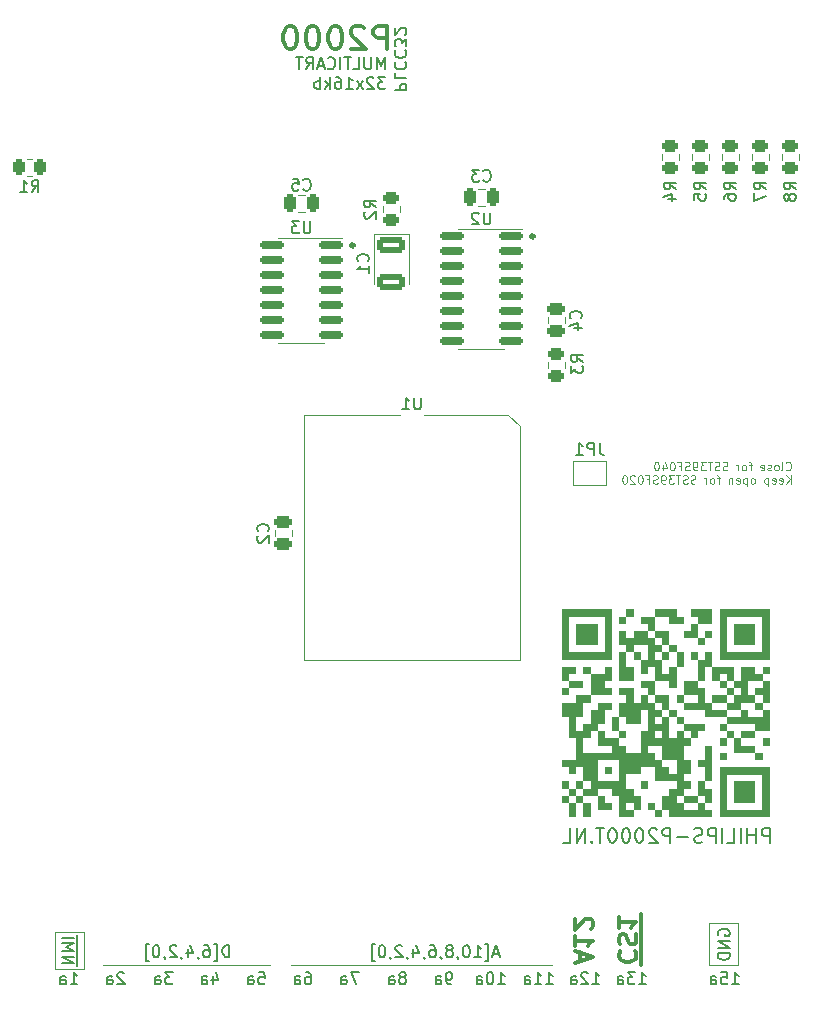
<source format=gbr>
G04 #@! TF.GenerationSoftware,KiCad,Pcbnew,(6.0.9)*
G04 #@! TF.CreationDate,2023-09-15T10:25:23+02:00*
G04 #@! TF.ProjectId,p2000t-multicartridge-smd,70323030-3074-42d6-9d75-6c7469636172,rev?*
G04 #@! TF.SameCoordinates,Original*
G04 #@! TF.FileFunction,Legend,Bot*
G04 #@! TF.FilePolarity,Positive*
%FSLAX46Y46*%
G04 Gerber Fmt 4.6, Leading zero omitted, Abs format (unit mm)*
G04 Created by KiCad (PCBNEW (6.0.9)) date 2023-09-15 10:25:23*
%MOMM*%
%LPD*%
G01*
G04 APERTURE LIST*
G04 Aperture macros list*
%AMRoundRect*
0 Rectangle with rounded corners*
0 $1 Rounding radius*
0 $2 $3 $4 $5 $6 $7 $8 $9 X,Y pos of 4 corners*
0 Add a 4 corners polygon primitive as box body*
4,1,4,$2,$3,$4,$5,$6,$7,$8,$9,$2,$3,0*
0 Add four circle primitives for the rounded corners*
1,1,$1+$1,$2,$3*
1,1,$1+$1,$4,$5*
1,1,$1+$1,$6,$7*
1,1,$1+$1,$8,$9*
0 Add four rect primitives between the rounded corners*
20,1,$1+$1,$2,$3,$4,$5,0*
20,1,$1+$1,$4,$5,$6,$7,0*
20,1,$1+$1,$6,$7,$8,$9,0*
20,1,$1+$1,$8,$9,$2,$3,0*%
%AMFreePoly0*
4,1,6,0.500000,-0.750000,-0.650000,-0.750000,-0.150000,0.000000,-0.650000,0.750000,0.500000,0.750000,0.500000,-0.750000,0.500000,-0.750000,$1*%
%AMFreePoly1*
4,1,6,1.000000,0.000000,0.500000,-0.750000,-0.500000,-0.750000,-0.500000,0.750000,0.500000,0.750000,1.000000,0.000000,1.000000,0.000000,$1*%
G04 Aperture macros list end*
%ADD10C,0.200000*%
%ADD11C,0.314000*%
%ADD12C,0.120000*%
%ADD13C,0.150000*%
%ADD14C,0.300000*%
%ADD15C,0.100000*%
%ADD16C,2.000000*%
%ADD17C,1.500000*%
%ADD18R,1.600000X1.600000*%
%ADD19O,1.600000X1.600000*%
%ADD20RoundRect,0.150000X0.825000X0.150000X-0.825000X0.150000X-0.825000X-0.150000X0.825000X-0.150000X0*%
%ADD21RoundRect,0.250000X-0.250000X-0.475000X0.250000X-0.475000X0.250000X0.475000X-0.250000X0.475000X0*%
%ADD22RoundRect,0.250000X-0.475000X0.250000X-0.475000X-0.250000X0.475000X-0.250000X0.475000X0.250000X0*%
%ADD23FreePoly0,180.000000*%
%ADD24FreePoly1,180.000000*%
%ADD25RoundRect,0.250000X-0.925000X0.412500X-0.925000X-0.412500X0.925000X-0.412500X0.925000X0.412500X0*%
%ADD26RoundRect,0.250000X-0.262500X-0.450000X0.262500X-0.450000X0.262500X0.450000X-0.262500X0.450000X0*%
%ADD27RoundRect,0.250000X-0.450000X0.262500X-0.450000X-0.262500X0.450000X-0.262500X0.450000X0.262500X0*%
%ADD28R,2.000000X10.000000*%
%ADD29RoundRect,0.250000X0.475000X-0.250000X0.475000X0.250000X-0.475000X0.250000X-0.475000X-0.250000X0*%
%ADD30R,1.422400X1.422400*%
%ADD31C,1.422400*%
%ADD32RoundRect,0.250000X0.450000X-0.262500X0.450000X0.262500X-0.450000X0.262500X-0.450000X-0.262500X0*%
G04 APERTURE END LIST*
D10*
X114702142Y-121065857D02*
X114702142Y-119865857D01*
X114245000Y-119865857D01*
X114130714Y-119923000D01*
X114073571Y-119980142D01*
X114016428Y-120094428D01*
X114016428Y-120265857D01*
X114073571Y-120380142D01*
X114130714Y-120437285D01*
X114245000Y-120494428D01*
X114702142Y-120494428D01*
X113502142Y-121065857D02*
X113502142Y-119865857D01*
X113502142Y-120437285D02*
X112816428Y-120437285D01*
X112816428Y-121065857D02*
X112816428Y-119865857D01*
X112245000Y-121065857D02*
X112245000Y-119865857D01*
X111102142Y-121065857D02*
X111673571Y-121065857D01*
X111673571Y-119865857D01*
X110702142Y-121065857D02*
X110702142Y-119865857D01*
X110130714Y-121065857D02*
X110130714Y-119865857D01*
X109673571Y-119865857D01*
X109559285Y-119923000D01*
X109502142Y-119980142D01*
X109445000Y-120094428D01*
X109445000Y-120265857D01*
X109502142Y-120380142D01*
X109559285Y-120437285D01*
X109673571Y-120494428D01*
X110130714Y-120494428D01*
X108987857Y-121008714D02*
X108816428Y-121065857D01*
X108530714Y-121065857D01*
X108416428Y-121008714D01*
X108359285Y-120951571D01*
X108302142Y-120837285D01*
X108302142Y-120723000D01*
X108359285Y-120608714D01*
X108416428Y-120551571D01*
X108530714Y-120494428D01*
X108759285Y-120437285D01*
X108873571Y-120380142D01*
X108930714Y-120323000D01*
X108987857Y-120208714D01*
X108987857Y-120094428D01*
X108930714Y-119980142D01*
X108873571Y-119923000D01*
X108759285Y-119865857D01*
X108473571Y-119865857D01*
X108302142Y-119923000D01*
X107787857Y-120608714D02*
X106873571Y-120608714D01*
X106302142Y-121065857D02*
X106302142Y-119865857D01*
X105845000Y-119865857D01*
X105730714Y-119923000D01*
X105673571Y-119980142D01*
X105616428Y-120094428D01*
X105616428Y-120265857D01*
X105673571Y-120380142D01*
X105730714Y-120437285D01*
X105845000Y-120494428D01*
X106302142Y-120494428D01*
X105159285Y-119980142D02*
X105102142Y-119923000D01*
X104987857Y-119865857D01*
X104702142Y-119865857D01*
X104587857Y-119923000D01*
X104530714Y-119980142D01*
X104473571Y-120094428D01*
X104473571Y-120208714D01*
X104530714Y-120380142D01*
X105216428Y-121065857D01*
X104473571Y-121065857D01*
X103730714Y-119865857D02*
X103616428Y-119865857D01*
X103502142Y-119923000D01*
X103445000Y-119980142D01*
X103387857Y-120094428D01*
X103330714Y-120323000D01*
X103330714Y-120608714D01*
X103387857Y-120837285D01*
X103445000Y-120951571D01*
X103502142Y-121008714D01*
X103616428Y-121065857D01*
X103730714Y-121065857D01*
X103845000Y-121008714D01*
X103902142Y-120951571D01*
X103959285Y-120837285D01*
X104016428Y-120608714D01*
X104016428Y-120323000D01*
X103959285Y-120094428D01*
X103902142Y-119980142D01*
X103845000Y-119923000D01*
X103730714Y-119865857D01*
X102587857Y-119865857D02*
X102473571Y-119865857D01*
X102359285Y-119923000D01*
X102302142Y-119980142D01*
X102245000Y-120094428D01*
X102187857Y-120323000D01*
X102187857Y-120608714D01*
X102245000Y-120837285D01*
X102302142Y-120951571D01*
X102359285Y-121008714D01*
X102473571Y-121065857D01*
X102587857Y-121065857D01*
X102702142Y-121008714D01*
X102759285Y-120951571D01*
X102816428Y-120837285D01*
X102873571Y-120608714D01*
X102873571Y-120323000D01*
X102816428Y-120094428D01*
X102759285Y-119980142D01*
X102702142Y-119923000D01*
X102587857Y-119865857D01*
X101445000Y-119865857D02*
X101330714Y-119865857D01*
X101216428Y-119923000D01*
X101159285Y-119980142D01*
X101102142Y-120094428D01*
X101045000Y-120323000D01*
X101045000Y-120608714D01*
X101102142Y-120837285D01*
X101159285Y-120951571D01*
X101216428Y-121008714D01*
X101330714Y-121065857D01*
X101445000Y-121065857D01*
X101559285Y-121008714D01*
X101616428Y-120951571D01*
X101673571Y-120837285D01*
X101730714Y-120608714D01*
X101730714Y-120323000D01*
X101673571Y-120094428D01*
X101616428Y-119980142D01*
X101559285Y-119923000D01*
X101445000Y-119865857D01*
X100702142Y-119865857D02*
X100016428Y-119865857D01*
X100359285Y-121065857D02*
X100359285Y-119865857D01*
X99616428Y-120951571D02*
X99559285Y-121008714D01*
X99616428Y-121065857D01*
X99673571Y-121008714D01*
X99616428Y-120951571D01*
X99616428Y-121065857D01*
X99045000Y-121065857D02*
X99045000Y-119865857D01*
X98359285Y-121065857D01*
X98359285Y-119865857D01*
X97216428Y-121065857D02*
X97787857Y-121065857D01*
X97787857Y-119865857D01*
D11*
X79532000Y-70485000D02*
G75*
G03*
X79532000Y-70485000I-157000J0D01*
G01*
X94772000Y-69723000D02*
G75*
G03*
X94772000Y-69723000I-157000J0D01*
G01*
D12*
X96251000Y-131445000D02*
X74153000Y-131445000D01*
X72375000Y-131445000D02*
X58278000Y-131445000D01*
X54197000Y-131745000D02*
X54197000Y-128645000D01*
X111999000Y-131451000D02*
X109586000Y-131451000D01*
X111999000Y-127895000D02*
X111999000Y-131451000D01*
X109586000Y-127895000D02*
X111999000Y-127895000D01*
X109586000Y-131451000D02*
X109586000Y-127895000D01*
X56647000Y-128645000D02*
X56647000Y-131745000D01*
X56647000Y-131745000D02*
X54197000Y-131745000D01*
X54197000Y-128645000D02*
X56647000Y-128645000D01*
D13*
X111498857Y-133040380D02*
X112070285Y-133040380D01*
X111784571Y-133040380D02*
X111784571Y-132040380D01*
X111879809Y-132183238D01*
X111975047Y-132278476D01*
X112070285Y-132326095D01*
X110594095Y-132040380D02*
X111070285Y-132040380D01*
X111117904Y-132516571D01*
X111070285Y-132468952D01*
X110975047Y-132421333D01*
X110736952Y-132421333D01*
X110641714Y-132468952D01*
X110594095Y-132516571D01*
X110546476Y-132611809D01*
X110546476Y-132849904D01*
X110594095Y-132945142D01*
X110641714Y-132992761D01*
X110736952Y-133040380D01*
X110975047Y-133040380D01*
X111070285Y-132992761D01*
X111117904Y-132945142D01*
X109689333Y-133040380D02*
X109689333Y-132516571D01*
X109736952Y-132421333D01*
X109832190Y-132373714D01*
X110022666Y-132373714D01*
X110117904Y-132421333D01*
X109689333Y-132992761D02*
X109784571Y-133040380D01*
X110022666Y-133040380D01*
X110117904Y-132992761D01*
X110165523Y-132897523D01*
X110165523Y-132802285D01*
X110117904Y-132707047D01*
X110022666Y-132659428D01*
X109784571Y-132659428D01*
X109689333Y-132611809D01*
D14*
X103846000Y-131464571D02*
X103846000Y-129964571D01*
X102065285Y-130250285D02*
X101993857Y-130321714D01*
X101922428Y-130536000D01*
X101922428Y-130678857D01*
X101993857Y-130893142D01*
X102136714Y-131036000D01*
X102279571Y-131107428D01*
X102565285Y-131178857D01*
X102779571Y-131178857D01*
X103065285Y-131107428D01*
X103208142Y-131036000D01*
X103351000Y-130893142D01*
X103422428Y-130678857D01*
X103422428Y-130536000D01*
X103351000Y-130321714D01*
X103279571Y-130250285D01*
X103846000Y-129964571D02*
X103846000Y-128536000D01*
X101993857Y-129678857D02*
X101922428Y-129464571D01*
X101922428Y-129107428D01*
X101993857Y-128964571D01*
X102065285Y-128893142D01*
X102208142Y-128821714D01*
X102351000Y-128821714D01*
X102493857Y-128893142D01*
X102565285Y-128964571D01*
X102636714Y-129107428D01*
X102708142Y-129393142D01*
X102779571Y-129536000D01*
X102851000Y-129607428D01*
X102993857Y-129678857D01*
X103136714Y-129678857D01*
X103279571Y-129607428D01*
X103351000Y-129536000D01*
X103422428Y-129393142D01*
X103422428Y-129036000D01*
X103351000Y-128821714D01*
X103846000Y-128536000D02*
X103846000Y-127107428D01*
X101922428Y-127393142D02*
X101922428Y-128250285D01*
X101922428Y-127821714D02*
X103422428Y-127821714D01*
X103208142Y-127964571D01*
X103065285Y-128107428D01*
X102993857Y-128250285D01*
X98668000Y-131071714D02*
X98668000Y-130357428D01*
X98239428Y-131214571D02*
X99739428Y-130714571D01*
X98239428Y-130214571D01*
X98239428Y-128928857D02*
X98239428Y-129786000D01*
X98239428Y-129357428D02*
X99739428Y-129357428D01*
X99525142Y-129500285D01*
X99382285Y-129643142D01*
X99310857Y-129786000D01*
X99596571Y-128357428D02*
X99668000Y-128286000D01*
X99739428Y-128143142D01*
X99739428Y-127786000D01*
X99668000Y-127643142D01*
X99596571Y-127571714D01*
X99453714Y-127500285D01*
X99310857Y-127500285D01*
X99096571Y-127571714D01*
X98239428Y-128428857D01*
X98239428Y-127500285D01*
D13*
X91773571Y-130468666D02*
X91297380Y-130468666D01*
X91868809Y-130754380D02*
X91535476Y-129754380D01*
X91202142Y-130754380D01*
X90583095Y-131087714D02*
X90821190Y-131087714D01*
X90821190Y-129659142D01*
X90583095Y-129659142D01*
X89678333Y-130754380D02*
X90249761Y-130754380D01*
X89964047Y-130754380D02*
X89964047Y-129754380D01*
X90059285Y-129897238D01*
X90154523Y-129992476D01*
X90249761Y-130040095D01*
X89059285Y-129754380D02*
X88964047Y-129754380D01*
X88868809Y-129802000D01*
X88821190Y-129849619D01*
X88773571Y-129944857D01*
X88725952Y-130135333D01*
X88725952Y-130373428D01*
X88773571Y-130563904D01*
X88821190Y-130659142D01*
X88868809Y-130706761D01*
X88964047Y-130754380D01*
X89059285Y-130754380D01*
X89154523Y-130706761D01*
X89202142Y-130659142D01*
X89249761Y-130563904D01*
X89297380Y-130373428D01*
X89297380Y-130135333D01*
X89249761Y-129944857D01*
X89202142Y-129849619D01*
X89154523Y-129802000D01*
X89059285Y-129754380D01*
X88249761Y-130706761D02*
X88249761Y-130754380D01*
X88297380Y-130849619D01*
X88345000Y-130897238D01*
X87678333Y-130182952D02*
X87773571Y-130135333D01*
X87821190Y-130087714D01*
X87868809Y-129992476D01*
X87868809Y-129944857D01*
X87821190Y-129849619D01*
X87773571Y-129802000D01*
X87678333Y-129754380D01*
X87487857Y-129754380D01*
X87392619Y-129802000D01*
X87345000Y-129849619D01*
X87297380Y-129944857D01*
X87297380Y-129992476D01*
X87345000Y-130087714D01*
X87392619Y-130135333D01*
X87487857Y-130182952D01*
X87678333Y-130182952D01*
X87773571Y-130230571D01*
X87821190Y-130278190D01*
X87868809Y-130373428D01*
X87868809Y-130563904D01*
X87821190Y-130659142D01*
X87773571Y-130706761D01*
X87678333Y-130754380D01*
X87487857Y-130754380D01*
X87392619Y-130706761D01*
X87345000Y-130659142D01*
X87297380Y-130563904D01*
X87297380Y-130373428D01*
X87345000Y-130278190D01*
X87392619Y-130230571D01*
X87487857Y-130182952D01*
X86821190Y-130706761D02*
X86821190Y-130754380D01*
X86868809Y-130849619D01*
X86916428Y-130897238D01*
X85964047Y-129754380D02*
X86154523Y-129754380D01*
X86249761Y-129802000D01*
X86297380Y-129849619D01*
X86392619Y-129992476D01*
X86440238Y-130182952D01*
X86440238Y-130563904D01*
X86392619Y-130659142D01*
X86345000Y-130706761D01*
X86249761Y-130754380D01*
X86059285Y-130754380D01*
X85964047Y-130706761D01*
X85916428Y-130659142D01*
X85868809Y-130563904D01*
X85868809Y-130325809D01*
X85916428Y-130230571D01*
X85964047Y-130182952D01*
X86059285Y-130135333D01*
X86249761Y-130135333D01*
X86345000Y-130182952D01*
X86392619Y-130230571D01*
X86440238Y-130325809D01*
X85392619Y-130706761D02*
X85392619Y-130754380D01*
X85440238Y-130849619D01*
X85487857Y-130897238D01*
X84535476Y-130087714D02*
X84535476Y-130754380D01*
X84773571Y-129706761D02*
X85011666Y-130421047D01*
X84392619Y-130421047D01*
X83964047Y-130706761D02*
X83964047Y-130754380D01*
X84011666Y-130849619D01*
X84059285Y-130897238D01*
X83583095Y-129849619D02*
X83535476Y-129802000D01*
X83440238Y-129754380D01*
X83202142Y-129754380D01*
X83106904Y-129802000D01*
X83059285Y-129849619D01*
X83011666Y-129944857D01*
X83011666Y-130040095D01*
X83059285Y-130182952D01*
X83630714Y-130754380D01*
X83011666Y-130754380D01*
X82535476Y-130706761D02*
X82535476Y-130754380D01*
X82583095Y-130849619D01*
X82630714Y-130897238D01*
X81916428Y-129754380D02*
X81821190Y-129754380D01*
X81725952Y-129802000D01*
X81678333Y-129849619D01*
X81630714Y-129944857D01*
X81583095Y-130135333D01*
X81583095Y-130373428D01*
X81630714Y-130563904D01*
X81678333Y-130659142D01*
X81725952Y-130706761D01*
X81821190Y-130754380D01*
X81916428Y-130754380D01*
X82011666Y-130706761D01*
X82059285Y-130659142D01*
X82106904Y-130563904D01*
X82154523Y-130373428D01*
X82154523Y-130135333D01*
X82106904Y-129944857D01*
X82059285Y-129849619D01*
X82011666Y-129802000D01*
X81916428Y-129754380D01*
X81249761Y-131087714D02*
X81011666Y-131087714D01*
X81011666Y-129659142D01*
X81249761Y-129659142D01*
X68937619Y-130754380D02*
X68937619Y-129754380D01*
X68699523Y-129754380D01*
X68556666Y-129802000D01*
X68461428Y-129897238D01*
X68413809Y-129992476D01*
X68366190Y-130182952D01*
X68366190Y-130325809D01*
X68413809Y-130516285D01*
X68461428Y-130611523D01*
X68556666Y-130706761D01*
X68699523Y-130754380D01*
X68937619Y-130754380D01*
X67651904Y-131087714D02*
X67890000Y-131087714D01*
X67890000Y-129659142D01*
X67651904Y-129659142D01*
X66842380Y-129754380D02*
X67032857Y-129754380D01*
X67128095Y-129802000D01*
X67175714Y-129849619D01*
X67270952Y-129992476D01*
X67318571Y-130182952D01*
X67318571Y-130563904D01*
X67270952Y-130659142D01*
X67223333Y-130706761D01*
X67128095Y-130754380D01*
X66937619Y-130754380D01*
X66842380Y-130706761D01*
X66794761Y-130659142D01*
X66747142Y-130563904D01*
X66747142Y-130325809D01*
X66794761Y-130230571D01*
X66842380Y-130182952D01*
X66937619Y-130135333D01*
X67128095Y-130135333D01*
X67223333Y-130182952D01*
X67270952Y-130230571D01*
X67318571Y-130325809D01*
X66270952Y-130706761D02*
X66270952Y-130754380D01*
X66318571Y-130849619D01*
X66366190Y-130897238D01*
X65413809Y-130087714D02*
X65413809Y-130754380D01*
X65651904Y-129706761D02*
X65890000Y-130421047D01*
X65270952Y-130421047D01*
X64842380Y-130706761D02*
X64842380Y-130754380D01*
X64890000Y-130849619D01*
X64937619Y-130897238D01*
X64461428Y-129849619D02*
X64413809Y-129802000D01*
X64318571Y-129754380D01*
X64080476Y-129754380D01*
X63985238Y-129802000D01*
X63937619Y-129849619D01*
X63890000Y-129944857D01*
X63890000Y-130040095D01*
X63937619Y-130182952D01*
X64509047Y-130754380D01*
X63890000Y-130754380D01*
X63413809Y-130706761D02*
X63413809Y-130754380D01*
X63461428Y-130849619D01*
X63509047Y-130897238D01*
X62794761Y-129754380D02*
X62699523Y-129754380D01*
X62604285Y-129802000D01*
X62556666Y-129849619D01*
X62509047Y-129944857D01*
X62461428Y-130135333D01*
X62461428Y-130373428D01*
X62509047Y-130563904D01*
X62556666Y-130659142D01*
X62604285Y-130706761D01*
X62699523Y-130754380D01*
X62794761Y-130754380D01*
X62890000Y-130706761D01*
X62937619Y-130659142D01*
X62985238Y-130563904D01*
X63032857Y-130373428D01*
X63032857Y-130135333D01*
X62985238Y-129944857D01*
X62937619Y-129849619D01*
X62890000Y-129802000D01*
X62794761Y-129754380D01*
X62128095Y-131087714D02*
X61890000Y-131087714D01*
X61890000Y-129659142D01*
X62128095Y-129659142D01*
X55510666Y-133040380D02*
X56082095Y-133040380D01*
X55796380Y-133040380D02*
X55796380Y-132040380D01*
X55891619Y-132183238D01*
X55986857Y-132278476D01*
X56082095Y-132326095D01*
X54653523Y-133040380D02*
X54653523Y-132516571D01*
X54701142Y-132421333D01*
X54796380Y-132373714D01*
X54986857Y-132373714D01*
X55082095Y-132421333D01*
X54653523Y-132992761D02*
X54748761Y-133040380D01*
X54986857Y-133040380D01*
X55082095Y-132992761D01*
X55129714Y-132897523D01*
X55129714Y-132802285D01*
X55082095Y-132707047D01*
X54986857Y-132659428D01*
X54748761Y-132659428D01*
X54653523Y-132611809D01*
X56077000Y-131528333D02*
X56077000Y-130480714D01*
X54794619Y-131290238D02*
X55794619Y-131290238D01*
X54794619Y-130718809D01*
X55794619Y-130718809D01*
X56077000Y-130480714D02*
X56077000Y-129337857D01*
X54794619Y-130242619D02*
X55794619Y-130242619D01*
X55080333Y-129909285D01*
X55794619Y-129575952D01*
X54794619Y-129575952D01*
X56077000Y-129337857D02*
X56077000Y-128861666D01*
X54794619Y-129099761D02*
X55794619Y-129099761D01*
X110356000Y-128911095D02*
X110308380Y-128815857D01*
X110308380Y-128673000D01*
X110356000Y-128530142D01*
X110451238Y-128434904D01*
X110546476Y-128387285D01*
X110736952Y-128339666D01*
X110879809Y-128339666D01*
X111070285Y-128387285D01*
X111165523Y-128434904D01*
X111260761Y-128530142D01*
X111308380Y-128673000D01*
X111308380Y-128768238D01*
X111260761Y-128911095D01*
X111213142Y-128958714D01*
X110879809Y-128958714D01*
X110879809Y-128768238D01*
X111308380Y-129387285D02*
X110308380Y-129387285D01*
X111308380Y-129958714D01*
X110308380Y-129958714D01*
X111308380Y-130434904D02*
X110308380Y-130434904D01*
X110308380Y-130673000D01*
X110356000Y-130815857D01*
X110451238Y-130911095D01*
X110546476Y-130958714D01*
X110736952Y-131006333D01*
X110879809Y-131006333D01*
X111070285Y-130958714D01*
X111165523Y-130911095D01*
X111260761Y-130815857D01*
X111308380Y-130673000D01*
X111308380Y-130434904D01*
D14*
X82289009Y-53906761D02*
X82289009Y-51906761D01*
X81527104Y-51906761D01*
X81336628Y-52002000D01*
X81241390Y-52097238D01*
X81146152Y-52287714D01*
X81146152Y-52573428D01*
X81241390Y-52763904D01*
X81336628Y-52859142D01*
X81527104Y-52954380D01*
X82289009Y-52954380D01*
X80384247Y-52097238D02*
X80289009Y-52002000D01*
X80098533Y-51906761D01*
X79622342Y-51906761D01*
X79431866Y-52002000D01*
X79336628Y-52097238D01*
X79241390Y-52287714D01*
X79241390Y-52478190D01*
X79336628Y-52763904D01*
X80479485Y-53906761D01*
X79241390Y-53906761D01*
X78003295Y-51906761D02*
X77812819Y-51906761D01*
X77622342Y-52002000D01*
X77527104Y-52097238D01*
X77431866Y-52287714D01*
X77336628Y-52668666D01*
X77336628Y-53144857D01*
X77431866Y-53525809D01*
X77527104Y-53716285D01*
X77622342Y-53811523D01*
X77812819Y-53906761D01*
X78003295Y-53906761D01*
X78193771Y-53811523D01*
X78289009Y-53716285D01*
X78384247Y-53525809D01*
X78479485Y-53144857D01*
X78479485Y-52668666D01*
X78384247Y-52287714D01*
X78289009Y-52097238D01*
X78193771Y-52002000D01*
X78003295Y-51906761D01*
X76098533Y-51906761D02*
X75908057Y-51906761D01*
X75717580Y-52002000D01*
X75622342Y-52097238D01*
X75527104Y-52287714D01*
X75431866Y-52668666D01*
X75431866Y-53144857D01*
X75527104Y-53525809D01*
X75622342Y-53716285D01*
X75717580Y-53811523D01*
X75908057Y-53906761D01*
X76098533Y-53906761D01*
X76289009Y-53811523D01*
X76384247Y-53716285D01*
X76479485Y-53525809D01*
X76574723Y-53144857D01*
X76574723Y-52668666D01*
X76479485Y-52287714D01*
X76384247Y-52097238D01*
X76289009Y-52002000D01*
X76098533Y-51906761D01*
X74193771Y-51906761D02*
X74003295Y-51906761D01*
X73812819Y-52002000D01*
X73717580Y-52097238D01*
X73622342Y-52287714D01*
X73527104Y-52668666D01*
X73527104Y-53144857D01*
X73622342Y-53525809D01*
X73717580Y-53716285D01*
X73812819Y-53811523D01*
X74003295Y-53906761D01*
X74193771Y-53906761D01*
X74384247Y-53811523D01*
X74479485Y-53716285D01*
X74574723Y-53525809D01*
X74669961Y-53144857D01*
X74669961Y-52668666D01*
X74574723Y-52287714D01*
X74479485Y-52097238D01*
X74384247Y-52002000D01*
X74193771Y-51906761D01*
D13*
X82152409Y-56246780D02*
X81533361Y-56246780D01*
X81866695Y-56627733D01*
X81723838Y-56627733D01*
X81628600Y-56675352D01*
X81580980Y-56722971D01*
X81533361Y-56818209D01*
X81533361Y-57056304D01*
X81580980Y-57151542D01*
X81628600Y-57199161D01*
X81723838Y-57246780D01*
X82009552Y-57246780D01*
X82104790Y-57199161D01*
X82152409Y-57151542D01*
X81152409Y-56342019D02*
X81104790Y-56294400D01*
X81009552Y-56246780D01*
X80771457Y-56246780D01*
X80676219Y-56294400D01*
X80628600Y-56342019D01*
X80580980Y-56437257D01*
X80580980Y-56532495D01*
X80628600Y-56675352D01*
X81200028Y-57246780D01*
X80580980Y-57246780D01*
X80247647Y-57246780D02*
X79723838Y-56580114D01*
X80247647Y-56580114D02*
X79723838Y-57246780D01*
X78819076Y-57246780D02*
X79390504Y-57246780D01*
X79104790Y-57246780D02*
X79104790Y-56246780D01*
X79200028Y-56389638D01*
X79295266Y-56484876D01*
X79390504Y-56532495D01*
X77961933Y-56246780D02*
X78152409Y-56246780D01*
X78247647Y-56294400D01*
X78295266Y-56342019D01*
X78390504Y-56484876D01*
X78438123Y-56675352D01*
X78438123Y-57056304D01*
X78390504Y-57151542D01*
X78342885Y-57199161D01*
X78247647Y-57246780D01*
X78057171Y-57246780D01*
X77961933Y-57199161D01*
X77914314Y-57151542D01*
X77866695Y-57056304D01*
X77866695Y-56818209D01*
X77914314Y-56722971D01*
X77961933Y-56675352D01*
X78057171Y-56627733D01*
X78247647Y-56627733D01*
X78342885Y-56675352D01*
X78390504Y-56722971D01*
X78438123Y-56818209D01*
X77438123Y-57246780D02*
X77438123Y-56246780D01*
X77342885Y-56865828D02*
X77057171Y-57246780D01*
X77057171Y-56580114D02*
X77438123Y-56961066D01*
X76628600Y-57246780D02*
X76628600Y-56246780D01*
X76628600Y-56627733D02*
X76533361Y-56580114D01*
X76342885Y-56580114D01*
X76247647Y-56627733D01*
X76200028Y-56675352D01*
X76152409Y-56770590D01*
X76152409Y-57056304D01*
X76200028Y-57151542D01*
X76247647Y-57199161D01*
X76342885Y-57246780D01*
X76533361Y-57246780D01*
X76628600Y-57199161D01*
X82107876Y-55570380D02*
X82107876Y-54570380D01*
X81774542Y-55284666D01*
X81441209Y-54570380D01*
X81441209Y-55570380D01*
X80965019Y-54570380D02*
X80965019Y-55379904D01*
X80917400Y-55475142D01*
X80869780Y-55522761D01*
X80774542Y-55570380D01*
X80584066Y-55570380D01*
X80488828Y-55522761D01*
X80441209Y-55475142D01*
X80393590Y-55379904D01*
X80393590Y-54570380D01*
X79441209Y-55570380D02*
X79917400Y-55570380D01*
X79917400Y-54570380D01*
X79250733Y-54570380D02*
X78679304Y-54570380D01*
X78965019Y-55570380D02*
X78965019Y-54570380D01*
X78345971Y-55570380D02*
X78345971Y-54570380D01*
X77298352Y-55475142D02*
X77345971Y-55522761D01*
X77488828Y-55570380D01*
X77584066Y-55570380D01*
X77726923Y-55522761D01*
X77822161Y-55427523D01*
X77869780Y-55332285D01*
X77917400Y-55141809D01*
X77917400Y-54998952D01*
X77869780Y-54808476D01*
X77822161Y-54713238D01*
X77726923Y-54618000D01*
X77584066Y-54570380D01*
X77488828Y-54570380D01*
X77345971Y-54618000D01*
X77298352Y-54665619D01*
X76917400Y-55284666D02*
X76441209Y-55284666D01*
X77012638Y-55570380D02*
X76679304Y-54570380D01*
X76345971Y-55570380D01*
X75441209Y-55570380D02*
X75774542Y-55094190D01*
X76012638Y-55570380D02*
X76012638Y-54570380D01*
X75631685Y-54570380D01*
X75536447Y-54618000D01*
X75488828Y-54665619D01*
X75441209Y-54760857D01*
X75441209Y-54903714D01*
X75488828Y-54998952D01*
X75536447Y-55046571D01*
X75631685Y-55094190D01*
X76012638Y-55094190D01*
X75155495Y-54570380D02*
X74584066Y-54570380D01*
X74869780Y-55570380D02*
X74869780Y-54570380D01*
X82943419Y-57363047D02*
X83943419Y-57363047D01*
X83943419Y-56982095D01*
X83895800Y-56886857D01*
X83848180Y-56839238D01*
X83752942Y-56791619D01*
X83610085Y-56791619D01*
X83514847Y-56839238D01*
X83467228Y-56886857D01*
X83419609Y-56982095D01*
X83419609Y-57363047D01*
X82943419Y-55886857D02*
X82943419Y-56363047D01*
X83943419Y-56363047D01*
X83038657Y-54982095D02*
X82991038Y-55029714D01*
X82943419Y-55172571D01*
X82943419Y-55267809D01*
X82991038Y-55410666D01*
X83086276Y-55505904D01*
X83181514Y-55553523D01*
X83371990Y-55601142D01*
X83514847Y-55601142D01*
X83705323Y-55553523D01*
X83800561Y-55505904D01*
X83895800Y-55410666D01*
X83943419Y-55267809D01*
X83943419Y-55172571D01*
X83895800Y-55029714D01*
X83848180Y-54982095D01*
X83038657Y-53982095D02*
X82991038Y-54029714D01*
X82943419Y-54172571D01*
X82943419Y-54267809D01*
X82991038Y-54410666D01*
X83086276Y-54505904D01*
X83181514Y-54553523D01*
X83371990Y-54601142D01*
X83514847Y-54601142D01*
X83705323Y-54553523D01*
X83800561Y-54505904D01*
X83895800Y-54410666D01*
X83943419Y-54267809D01*
X83943419Y-54172571D01*
X83895800Y-54029714D01*
X83848180Y-53982095D01*
X83943419Y-53648761D02*
X83943419Y-53029714D01*
X83562466Y-53363047D01*
X83562466Y-53220190D01*
X83514847Y-53124952D01*
X83467228Y-53077333D01*
X83371990Y-53029714D01*
X83133895Y-53029714D01*
X83038657Y-53077333D01*
X82991038Y-53124952D01*
X82943419Y-53220190D01*
X82943419Y-53505904D01*
X82991038Y-53601142D01*
X83038657Y-53648761D01*
X83848180Y-52648761D02*
X83895800Y-52601142D01*
X83943419Y-52505904D01*
X83943419Y-52267809D01*
X83895800Y-52172571D01*
X83848180Y-52124952D01*
X83752942Y-52077333D01*
X83657704Y-52077333D01*
X83514847Y-52124952D01*
X82943419Y-52696380D01*
X82943419Y-52077333D01*
X95750857Y-133040380D02*
X96322285Y-133040380D01*
X96036571Y-133040380D02*
X96036571Y-132040380D01*
X96131809Y-132183238D01*
X96227047Y-132278476D01*
X96322285Y-132326095D01*
X94798476Y-133040380D02*
X95369904Y-133040380D01*
X95084190Y-133040380D02*
X95084190Y-132040380D01*
X95179428Y-132183238D01*
X95274666Y-132278476D01*
X95369904Y-132326095D01*
X93941333Y-133040380D02*
X93941333Y-132516571D01*
X93988952Y-132421333D01*
X94084190Y-132373714D01*
X94274666Y-132373714D01*
X94369904Y-132421333D01*
X93941333Y-132992761D02*
X94036571Y-133040380D01*
X94274666Y-133040380D01*
X94369904Y-132992761D01*
X94417523Y-132897523D01*
X94417523Y-132802285D01*
X94369904Y-132707047D01*
X94274666Y-132659428D01*
X94036571Y-132659428D01*
X93941333Y-132611809D01*
X91686857Y-133040380D02*
X92258285Y-133040380D01*
X91972571Y-133040380D02*
X91972571Y-132040380D01*
X92067809Y-132183238D01*
X92163047Y-132278476D01*
X92258285Y-132326095D01*
X91067809Y-132040380D02*
X90972571Y-132040380D01*
X90877333Y-132088000D01*
X90829714Y-132135619D01*
X90782095Y-132230857D01*
X90734476Y-132421333D01*
X90734476Y-132659428D01*
X90782095Y-132849904D01*
X90829714Y-132945142D01*
X90877333Y-132992761D01*
X90972571Y-133040380D01*
X91067809Y-133040380D01*
X91163047Y-132992761D01*
X91210666Y-132945142D01*
X91258285Y-132849904D01*
X91305904Y-132659428D01*
X91305904Y-132421333D01*
X91258285Y-132230857D01*
X91210666Y-132135619D01*
X91163047Y-132088000D01*
X91067809Y-132040380D01*
X89877333Y-133040380D02*
X89877333Y-132516571D01*
X89924952Y-132421333D01*
X90020190Y-132373714D01*
X90210666Y-132373714D01*
X90305904Y-132421333D01*
X89877333Y-132992761D02*
X89972571Y-133040380D01*
X90210666Y-133040380D01*
X90305904Y-132992761D01*
X90353523Y-132897523D01*
X90353523Y-132802285D01*
X90305904Y-132707047D01*
X90210666Y-132659428D01*
X89972571Y-132659428D01*
X89877333Y-132611809D01*
X60032095Y-132135619D02*
X59984476Y-132088000D01*
X59889238Y-132040380D01*
X59651142Y-132040380D01*
X59555904Y-132088000D01*
X59508285Y-132135619D01*
X59460666Y-132230857D01*
X59460666Y-132326095D01*
X59508285Y-132468952D01*
X60079714Y-133040380D01*
X59460666Y-133040380D01*
X58603523Y-133040380D02*
X58603523Y-132516571D01*
X58651142Y-132421333D01*
X58746380Y-132373714D01*
X58936857Y-132373714D01*
X59032095Y-132421333D01*
X58603523Y-132992761D02*
X58698761Y-133040380D01*
X58936857Y-133040380D01*
X59032095Y-132992761D01*
X59079714Y-132897523D01*
X59079714Y-132802285D01*
X59032095Y-132707047D01*
X58936857Y-132659428D01*
X58698761Y-132659428D01*
X58603523Y-132611809D01*
X75430904Y-132040380D02*
X75621380Y-132040380D01*
X75716619Y-132088000D01*
X75764238Y-132135619D01*
X75859476Y-132278476D01*
X75907095Y-132468952D01*
X75907095Y-132849904D01*
X75859476Y-132945142D01*
X75811857Y-132992761D01*
X75716619Y-133040380D01*
X75526142Y-133040380D01*
X75430904Y-132992761D01*
X75383285Y-132945142D01*
X75335666Y-132849904D01*
X75335666Y-132611809D01*
X75383285Y-132516571D01*
X75430904Y-132468952D01*
X75526142Y-132421333D01*
X75716619Y-132421333D01*
X75811857Y-132468952D01*
X75859476Y-132516571D01*
X75907095Y-132611809D01*
X74478523Y-133040380D02*
X74478523Y-132516571D01*
X74526142Y-132421333D01*
X74621380Y-132373714D01*
X74811857Y-132373714D01*
X74907095Y-132421333D01*
X74478523Y-132992761D02*
X74573761Y-133040380D01*
X74811857Y-133040380D01*
X74907095Y-132992761D01*
X74954714Y-132897523D01*
X74954714Y-132802285D01*
X74907095Y-132707047D01*
X74811857Y-132659428D01*
X74573761Y-132659428D01*
X74478523Y-132611809D01*
X79891714Y-132040380D02*
X79225047Y-132040380D01*
X79653619Y-133040380D01*
X78415523Y-133040380D02*
X78415523Y-132516571D01*
X78463142Y-132421333D01*
X78558380Y-132373714D01*
X78748857Y-132373714D01*
X78844095Y-132421333D01*
X78415523Y-132992761D02*
X78510761Y-133040380D01*
X78748857Y-133040380D01*
X78844095Y-132992761D01*
X78891714Y-132897523D01*
X78891714Y-132802285D01*
X78844095Y-132707047D01*
X78748857Y-132659428D01*
X78510761Y-132659428D01*
X78415523Y-132611809D01*
X103624857Y-133040380D02*
X104196285Y-133040380D01*
X103910571Y-133040380D02*
X103910571Y-132040380D01*
X104005809Y-132183238D01*
X104101047Y-132278476D01*
X104196285Y-132326095D01*
X103291523Y-132040380D02*
X102672476Y-132040380D01*
X103005809Y-132421333D01*
X102862952Y-132421333D01*
X102767714Y-132468952D01*
X102720095Y-132516571D01*
X102672476Y-132611809D01*
X102672476Y-132849904D01*
X102720095Y-132945142D01*
X102767714Y-132992761D01*
X102862952Y-133040380D01*
X103148666Y-133040380D01*
X103243904Y-132992761D01*
X103291523Y-132945142D01*
X101815333Y-133040380D02*
X101815333Y-132516571D01*
X101862952Y-132421333D01*
X101958190Y-132373714D01*
X102148666Y-132373714D01*
X102243904Y-132421333D01*
X101815333Y-132992761D02*
X101910571Y-133040380D01*
X102148666Y-133040380D01*
X102243904Y-132992761D01*
X102291523Y-132897523D01*
X102291523Y-132802285D01*
X102243904Y-132707047D01*
X102148666Y-132659428D01*
X101910571Y-132659428D01*
X101815333Y-132611809D01*
X87749857Y-133040380D02*
X87559380Y-133040380D01*
X87464142Y-132992761D01*
X87416523Y-132945142D01*
X87321285Y-132802285D01*
X87273666Y-132611809D01*
X87273666Y-132230857D01*
X87321285Y-132135619D01*
X87368904Y-132088000D01*
X87464142Y-132040380D01*
X87654619Y-132040380D01*
X87749857Y-132088000D01*
X87797476Y-132135619D01*
X87845095Y-132230857D01*
X87845095Y-132468952D01*
X87797476Y-132564190D01*
X87749857Y-132611809D01*
X87654619Y-132659428D01*
X87464142Y-132659428D01*
X87368904Y-132611809D01*
X87321285Y-132564190D01*
X87273666Y-132468952D01*
X86416523Y-133040380D02*
X86416523Y-132516571D01*
X86464142Y-132421333D01*
X86559380Y-132373714D01*
X86749857Y-132373714D01*
X86845095Y-132421333D01*
X86416523Y-132992761D02*
X86511761Y-133040380D01*
X86749857Y-133040380D01*
X86845095Y-132992761D01*
X86892714Y-132897523D01*
X86892714Y-132802285D01*
X86845095Y-132707047D01*
X86749857Y-132659428D01*
X86511761Y-132659428D01*
X86416523Y-132611809D01*
X67556904Y-132373714D02*
X67556904Y-133040380D01*
X67795000Y-131992761D02*
X68033095Y-132707047D01*
X67414047Y-132707047D01*
X66604523Y-133040380D02*
X66604523Y-132516571D01*
X66652142Y-132421333D01*
X66747380Y-132373714D01*
X66937857Y-132373714D01*
X67033095Y-132421333D01*
X66604523Y-132992761D02*
X66699761Y-133040380D01*
X66937857Y-133040380D01*
X67033095Y-132992761D01*
X67080714Y-132897523D01*
X67080714Y-132802285D01*
X67033095Y-132707047D01*
X66937857Y-132659428D01*
X66699761Y-132659428D01*
X66604523Y-132611809D01*
X71446285Y-132040380D02*
X71922476Y-132040380D01*
X71970095Y-132516571D01*
X71922476Y-132468952D01*
X71827238Y-132421333D01*
X71589142Y-132421333D01*
X71493904Y-132468952D01*
X71446285Y-132516571D01*
X71398666Y-132611809D01*
X71398666Y-132849904D01*
X71446285Y-132945142D01*
X71493904Y-132992761D01*
X71589142Y-133040380D01*
X71827238Y-133040380D01*
X71922476Y-132992761D01*
X71970095Y-132945142D01*
X70541523Y-133040380D02*
X70541523Y-132516571D01*
X70589142Y-132421333D01*
X70684380Y-132373714D01*
X70874857Y-132373714D01*
X70970095Y-132421333D01*
X70541523Y-132992761D02*
X70636761Y-133040380D01*
X70874857Y-133040380D01*
X70970095Y-132992761D01*
X71017714Y-132897523D01*
X71017714Y-132802285D01*
X70970095Y-132707047D01*
X70874857Y-132659428D01*
X70636761Y-132659428D01*
X70541523Y-132611809D01*
X99687857Y-133040380D02*
X100259285Y-133040380D01*
X99973571Y-133040380D02*
X99973571Y-132040380D01*
X100068809Y-132183238D01*
X100164047Y-132278476D01*
X100259285Y-132326095D01*
X99306904Y-132135619D02*
X99259285Y-132088000D01*
X99164047Y-132040380D01*
X98925952Y-132040380D01*
X98830714Y-132088000D01*
X98783095Y-132135619D01*
X98735476Y-132230857D01*
X98735476Y-132326095D01*
X98783095Y-132468952D01*
X99354523Y-133040380D01*
X98735476Y-133040380D01*
X97878333Y-133040380D02*
X97878333Y-132516571D01*
X97925952Y-132421333D01*
X98021190Y-132373714D01*
X98211666Y-132373714D01*
X98306904Y-132421333D01*
X97878333Y-132992761D02*
X97973571Y-133040380D01*
X98211666Y-133040380D01*
X98306904Y-132992761D01*
X98354523Y-132897523D01*
X98354523Y-132802285D01*
X98306904Y-132707047D01*
X98211666Y-132659428D01*
X97973571Y-132659428D01*
X97878333Y-132611809D01*
X64143714Y-132040380D02*
X63524666Y-132040380D01*
X63858000Y-132421333D01*
X63715142Y-132421333D01*
X63619904Y-132468952D01*
X63572285Y-132516571D01*
X63524666Y-132611809D01*
X63524666Y-132849904D01*
X63572285Y-132945142D01*
X63619904Y-132992761D01*
X63715142Y-133040380D01*
X64000857Y-133040380D01*
X64096095Y-132992761D01*
X64143714Y-132945142D01*
X62667523Y-133040380D02*
X62667523Y-132516571D01*
X62715142Y-132421333D01*
X62810380Y-132373714D01*
X63000857Y-132373714D01*
X63096095Y-132421333D01*
X62667523Y-132992761D02*
X62762761Y-133040380D01*
X63000857Y-133040380D01*
X63096095Y-132992761D01*
X63143714Y-132897523D01*
X63143714Y-132802285D01*
X63096095Y-132707047D01*
X63000857Y-132659428D01*
X62762761Y-132659428D01*
X62667523Y-132611809D01*
X83717619Y-132468952D02*
X83812857Y-132421333D01*
X83860476Y-132373714D01*
X83908095Y-132278476D01*
X83908095Y-132230857D01*
X83860476Y-132135619D01*
X83812857Y-132088000D01*
X83717619Y-132040380D01*
X83527142Y-132040380D01*
X83431904Y-132088000D01*
X83384285Y-132135619D01*
X83336666Y-132230857D01*
X83336666Y-132278476D01*
X83384285Y-132373714D01*
X83431904Y-132421333D01*
X83527142Y-132468952D01*
X83717619Y-132468952D01*
X83812857Y-132516571D01*
X83860476Y-132564190D01*
X83908095Y-132659428D01*
X83908095Y-132849904D01*
X83860476Y-132945142D01*
X83812857Y-132992761D01*
X83717619Y-133040380D01*
X83527142Y-133040380D01*
X83431904Y-132992761D01*
X83384285Y-132945142D01*
X83336666Y-132849904D01*
X83336666Y-132659428D01*
X83384285Y-132564190D01*
X83431904Y-132516571D01*
X83527142Y-132468952D01*
X82479523Y-133040380D02*
X82479523Y-132516571D01*
X82527142Y-132421333D01*
X82622380Y-132373714D01*
X82812857Y-132373714D01*
X82908095Y-132421333D01*
X82479523Y-132992761D02*
X82574761Y-133040380D01*
X82812857Y-133040380D01*
X82908095Y-132992761D01*
X82955714Y-132897523D01*
X82955714Y-132802285D01*
X82908095Y-132707047D01*
X82812857Y-132659428D01*
X82574761Y-132659428D01*
X82479523Y-132611809D01*
D15*
X116081333Y-89475500D02*
X116114666Y-89508833D01*
X116214666Y-89542166D01*
X116281333Y-89542166D01*
X116381333Y-89508833D01*
X116448000Y-89442166D01*
X116481333Y-89375500D01*
X116514666Y-89242166D01*
X116514666Y-89142166D01*
X116481333Y-89008833D01*
X116448000Y-88942166D01*
X116381333Y-88875500D01*
X116281333Y-88842166D01*
X116214666Y-88842166D01*
X116114666Y-88875500D01*
X116081333Y-88908833D01*
X115681333Y-89542166D02*
X115748000Y-89508833D01*
X115781333Y-89442166D01*
X115781333Y-88842166D01*
X115314666Y-89542166D02*
X115381333Y-89508833D01*
X115414666Y-89475500D01*
X115448000Y-89408833D01*
X115448000Y-89208833D01*
X115414666Y-89142166D01*
X115381333Y-89108833D01*
X115314666Y-89075500D01*
X115214666Y-89075500D01*
X115148000Y-89108833D01*
X115114666Y-89142166D01*
X115081333Y-89208833D01*
X115081333Y-89408833D01*
X115114666Y-89475500D01*
X115148000Y-89508833D01*
X115214666Y-89542166D01*
X115314666Y-89542166D01*
X114814666Y-89508833D02*
X114748000Y-89542166D01*
X114614666Y-89542166D01*
X114548000Y-89508833D01*
X114514666Y-89442166D01*
X114514666Y-89408833D01*
X114548000Y-89342166D01*
X114614666Y-89308833D01*
X114714666Y-89308833D01*
X114781333Y-89275500D01*
X114814666Y-89208833D01*
X114814666Y-89175500D01*
X114781333Y-89108833D01*
X114714666Y-89075500D01*
X114614666Y-89075500D01*
X114548000Y-89108833D01*
X113948000Y-89508833D02*
X114014666Y-89542166D01*
X114148000Y-89542166D01*
X114214666Y-89508833D01*
X114248000Y-89442166D01*
X114248000Y-89175500D01*
X114214666Y-89108833D01*
X114148000Y-89075500D01*
X114014666Y-89075500D01*
X113948000Y-89108833D01*
X113914666Y-89175500D01*
X113914666Y-89242166D01*
X114248000Y-89308833D01*
X113181333Y-89075500D02*
X112914666Y-89075500D01*
X113081333Y-89542166D02*
X113081333Y-88942166D01*
X113048000Y-88875500D01*
X112981333Y-88842166D01*
X112914666Y-88842166D01*
X112581333Y-89542166D02*
X112648000Y-89508833D01*
X112681333Y-89475500D01*
X112714666Y-89408833D01*
X112714666Y-89208833D01*
X112681333Y-89142166D01*
X112648000Y-89108833D01*
X112581333Y-89075500D01*
X112481333Y-89075500D01*
X112414666Y-89108833D01*
X112381333Y-89142166D01*
X112348000Y-89208833D01*
X112348000Y-89408833D01*
X112381333Y-89475500D01*
X112414666Y-89508833D01*
X112481333Y-89542166D01*
X112581333Y-89542166D01*
X112048000Y-89542166D02*
X112048000Y-89075500D01*
X112048000Y-89208833D02*
X112014666Y-89142166D01*
X111981333Y-89108833D01*
X111914666Y-89075500D01*
X111848000Y-89075500D01*
X111114666Y-89508833D02*
X111014666Y-89542166D01*
X110848000Y-89542166D01*
X110781333Y-89508833D01*
X110748000Y-89475500D01*
X110714666Y-89408833D01*
X110714666Y-89342166D01*
X110748000Y-89275500D01*
X110781333Y-89242166D01*
X110848000Y-89208833D01*
X110981333Y-89175500D01*
X111048000Y-89142166D01*
X111081333Y-89108833D01*
X111114666Y-89042166D01*
X111114666Y-88975500D01*
X111081333Y-88908833D01*
X111048000Y-88875500D01*
X110981333Y-88842166D01*
X110814666Y-88842166D01*
X110714666Y-88875500D01*
X110448000Y-89508833D02*
X110348000Y-89542166D01*
X110181333Y-89542166D01*
X110114666Y-89508833D01*
X110081333Y-89475500D01*
X110048000Y-89408833D01*
X110048000Y-89342166D01*
X110081333Y-89275500D01*
X110114666Y-89242166D01*
X110181333Y-89208833D01*
X110314666Y-89175500D01*
X110381333Y-89142166D01*
X110414666Y-89108833D01*
X110448000Y-89042166D01*
X110448000Y-88975500D01*
X110414666Y-88908833D01*
X110381333Y-88875500D01*
X110314666Y-88842166D01*
X110148000Y-88842166D01*
X110048000Y-88875500D01*
X109848000Y-88842166D02*
X109448000Y-88842166D01*
X109648000Y-89542166D02*
X109648000Y-88842166D01*
X109281333Y-88842166D02*
X108848000Y-88842166D01*
X109081333Y-89108833D01*
X108981333Y-89108833D01*
X108914666Y-89142166D01*
X108881333Y-89175500D01*
X108848000Y-89242166D01*
X108848000Y-89408833D01*
X108881333Y-89475500D01*
X108914666Y-89508833D01*
X108981333Y-89542166D01*
X109181333Y-89542166D01*
X109248000Y-89508833D01*
X109281333Y-89475500D01*
X108514666Y-89542166D02*
X108381333Y-89542166D01*
X108314666Y-89508833D01*
X108281333Y-89475500D01*
X108214666Y-89375500D01*
X108181333Y-89242166D01*
X108181333Y-88975500D01*
X108214666Y-88908833D01*
X108248000Y-88875500D01*
X108314666Y-88842166D01*
X108448000Y-88842166D01*
X108514666Y-88875500D01*
X108548000Y-88908833D01*
X108581333Y-88975500D01*
X108581333Y-89142166D01*
X108548000Y-89208833D01*
X108514666Y-89242166D01*
X108448000Y-89275500D01*
X108314666Y-89275500D01*
X108248000Y-89242166D01*
X108214666Y-89208833D01*
X108181333Y-89142166D01*
X107914666Y-89508833D02*
X107814666Y-89542166D01*
X107648000Y-89542166D01*
X107581333Y-89508833D01*
X107548000Y-89475500D01*
X107514666Y-89408833D01*
X107514666Y-89342166D01*
X107548000Y-89275500D01*
X107581333Y-89242166D01*
X107648000Y-89208833D01*
X107781333Y-89175500D01*
X107848000Y-89142166D01*
X107881333Y-89108833D01*
X107914666Y-89042166D01*
X107914666Y-88975500D01*
X107881333Y-88908833D01*
X107848000Y-88875500D01*
X107781333Y-88842166D01*
X107614666Y-88842166D01*
X107514666Y-88875500D01*
X106981333Y-89175500D02*
X107214666Y-89175500D01*
X107214666Y-89542166D02*
X107214666Y-88842166D01*
X106881333Y-88842166D01*
X106481333Y-88842166D02*
X106414666Y-88842166D01*
X106348000Y-88875500D01*
X106314666Y-88908833D01*
X106281333Y-88975500D01*
X106248000Y-89108833D01*
X106248000Y-89275500D01*
X106281333Y-89408833D01*
X106314666Y-89475500D01*
X106348000Y-89508833D01*
X106414666Y-89542166D01*
X106481333Y-89542166D01*
X106548000Y-89508833D01*
X106581333Y-89475500D01*
X106614666Y-89408833D01*
X106648000Y-89275500D01*
X106648000Y-89108833D01*
X106614666Y-88975500D01*
X106581333Y-88908833D01*
X106548000Y-88875500D01*
X106481333Y-88842166D01*
X105648000Y-89075500D02*
X105648000Y-89542166D01*
X105814666Y-88808833D02*
X105981333Y-89308833D01*
X105548000Y-89308833D01*
X105148000Y-88842166D02*
X105081333Y-88842166D01*
X105014666Y-88875500D01*
X104981333Y-88908833D01*
X104948000Y-88975500D01*
X104914666Y-89108833D01*
X104914666Y-89275500D01*
X104948000Y-89408833D01*
X104981333Y-89475500D01*
X105014666Y-89508833D01*
X105081333Y-89542166D01*
X105148000Y-89542166D01*
X105214666Y-89508833D01*
X105248000Y-89475500D01*
X105281333Y-89408833D01*
X105314666Y-89275500D01*
X105314666Y-89108833D01*
X105281333Y-88975500D01*
X105248000Y-88908833D01*
X105214666Y-88875500D01*
X105148000Y-88842166D01*
X116481333Y-90669166D02*
X116481333Y-89969166D01*
X116081333Y-90669166D02*
X116381333Y-90269166D01*
X116081333Y-89969166D02*
X116481333Y-90369166D01*
X115514666Y-90635833D02*
X115581333Y-90669166D01*
X115714666Y-90669166D01*
X115781333Y-90635833D01*
X115814666Y-90569166D01*
X115814666Y-90302500D01*
X115781333Y-90235833D01*
X115714666Y-90202500D01*
X115581333Y-90202500D01*
X115514666Y-90235833D01*
X115481333Y-90302500D01*
X115481333Y-90369166D01*
X115814666Y-90435833D01*
X114914666Y-90635833D02*
X114981333Y-90669166D01*
X115114666Y-90669166D01*
X115181333Y-90635833D01*
X115214666Y-90569166D01*
X115214666Y-90302500D01*
X115181333Y-90235833D01*
X115114666Y-90202500D01*
X114981333Y-90202500D01*
X114914666Y-90235833D01*
X114881333Y-90302500D01*
X114881333Y-90369166D01*
X115214666Y-90435833D01*
X114581333Y-90202500D02*
X114581333Y-90902500D01*
X114581333Y-90235833D02*
X114514666Y-90202500D01*
X114381333Y-90202500D01*
X114314666Y-90235833D01*
X114281333Y-90269166D01*
X114248000Y-90335833D01*
X114248000Y-90535833D01*
X114281333Y-90602500D01*
X114314666Y-90635833D01*
X114381333Y-90669166D01*
X114514666Y-90669166D01*
X114581333Y-90635833D01*
X113314666Y-90669166D02*
X113381333Y-90635833D01*
X113414666Y-90602500D01*
X113448000Y-90535833D01*
X113448000Y-90335833D01*
X113414666Y-90269166D01*
X113381333Y-90235833D01*
X113314666Y-90202500D01*
X113214666Y-90202500D01*
X113148000Y-90235833D01*
X113114666Y-90269166D01*
X113081333Y-90335833D01*
X113081333Y-90535833D01*
X113114666Y-90602500D01*
X113148000Y-90635833D01*
X113214666Y-90669166D01*
X113314666Y-90669166D01*
X112781333Y-90202500D02*
X112781333Y-90902500D01*
X112781333Y-90235833D02*
X112714666Y-90202500D01*
X112581333Y-90202500D01*
X112514666Y-90235833D01*
X112481333Y-90269166D01*
X112448000Y-90335833D01*
X112448000Y-90535833D01*
X112481333Y-90602500D01*
X112514666Y-90635833D01*
X112581333Y-90669166D01*
X112714666Y-90669166D01*
X112781333Y-90635833D01*
X111881333Y-90635833D02*
X111948000Y-90669166D01*
X112081333Y-90669166D01*
X112148000Y-90635833D01*
X112181333Y-90569166D01*
X112181333Y-90302500D01*
X112148000Y-90235833D01*
X112081333Y-90202500D01*
X111948000Y-90202500D01*
X111881333Y-90235833D01*
X111848000Y-90302500D01*
X111848000Y-90369166D01*
X112181333Y-90435833D01*
X111548000Y-90202500D02*
X111548000Y-90669166D01*
X111548000Y-90269166D02*
X111514666Y-90235833D01*
X111448000Y-90202500D01*
X111348000Y-90202500D01*
X111281333Y-90235833D01*
X111248000Y-90302500D01*
X111248000Y-90669166D01*
X110481333Y-90202500D02*
X110214666Y-90202500D01*
X110381333Y-90669166D02*
X110381333Y-90069166D01*
X110348000Y-90002500D01*
X110281333Y-89969166D01*
X110214666Y-89969166D01*
X109881333Y-90669166D02*
X109948000Y-90635833D01*
X109981333Y-90602500D01*
X110014666Y-90535833D01*
X110014666Y-90335833D01*
X109981333Y-90269166D01*
X109948000Y-90235833D01*
X109881333Y-90202500D01*
X109781333Y-90202500D01*
X109714666Y-90235833D01*
X109681333Y-90269166D01*
X109648000Y-90335833D01*
X109648000Y-90535833D01*
X109681333Y-90602500D01*
X109714666Y-90635833D01*
X109781333Y-90669166D01*
X109881333Y-90669166D01*
X109348000Y-90669166D02*
X109348000Y-90202500D01*
X109348000Y-90335833D02*
X109314666Y-90269166D01*
X109281333Y-90235833D01*
X109214666Y-90202500D01*
X109148000Y-90202500D01*
X108414666Y-90635833D02*
X108314666Y-90669166D01*
X108148000Y-90669166D01*
X108081333Y-90635833D01*
X108048000Y-90602500D01*
X108014666Y-90535833D01*
X108014666Y-90469166D01*
X108048000Y-90402500D01*
X108081333Y-90369166D01*
X108148000Y-90335833D01*
X108281333Y-90302500D01*
X108348000Y-90269166D01*
X108381333Y-90235833D01*
X108414666Y-90169166D01*
X108414666Y-90102500D01*
X108381333Y-90035833D01*
X108348000Y-90002500D01*
X108281333Y-89969166D01*
X108114666Y-89969166D01*
X108014666Y-90002500D01*
X107748000Y-90635833D02*
X107648000Y-90669166D01*
X107481333Y-90669166D01*
X107414666Y-90635833D01*
X107381333Y-90602500D01*
X107348000Y-90535833D01*
X107348000Y-90469166D01*
X107381333Y-90402500D01*
X107414666Y-90369166D01*
X107481333Y-90335833D01*
X107614666Y-90302500D01*
X107681333Y-90269166D01*
X107714666Y-90235833D01*
X107748000Y-90169166D01*
X107748000Y-90102500D01*
X107714666Y-90035833D01*
X107681333Y-90002500D01*
X107614666Y-89969166D01*
X107448000Y-89969166D01*
X107348000Y-90002500D01*
X107148000Y-89969166D02*
X106748000Y-89969166D01*
X106948000Y-90669166D02*
X106948000Y-89969166D01*
X106581333Y-89969166D02*
X106148000Y-89969166D01*
X106381333Y-90235833D01*
X106281333Y-90235833D01*
X106214666Y-90269166D01*
X106181333Y-90302500D01*
X106148000Y-90369166D01*
X106148000Y-90535833D01*
X106181333Y-90602500D01*
X106214666Y-90635833D01*
X106281333Y-90669166D01*
X106481333Y-90669166D01*
X106548000Y-90635833D01*
X106581333Y-90602500D01*
X105814666Y-90669166D02*
X105681333Y-90669166D01*
X105614666Y-90635833D01*
X105581333Y-90602500D01*
X105514666Y-90502500D01*
X105481333Y-90369166D01*
X105481333Y-90102500D01*
X105514666Y-90035833D01*
X105548000Y-90002500D01*
X105614666Y-89969166D01*
X105748000Y-89969166D01*
X105814666Y-90002500D01*
X105848000Y-90035833D01*
X105881333Y-90102500D01*
X105881333Y-90269166D01*
X105848000Y-90335833D01*
X105814666Y-90369166D01*
X105748000Y-90402500D01*
X105614666Y-90402500D01*
X105548000Y-90369166D01*
X105514666Y-90335833D01*
X105481333Y-90269166D01*
X105214666Y-90635833D02*
X105114666Y-90669166D01*
X104948000Y-90669166D01*
X104881333Y-90635833D01*
X104848000Y-90602500D01*
X104814666Y-90535833D01*
X104814666Y-90469166D01*
X104848000Y-90402500D01*
X104881333Y-90369166D01*
X104948000Y-90335833D01*
X105081333Y-90302500D01*
X105148000Y-90269166D01*
X105181333Y-90235833D01*
X105214666Y-90169166D01*
X105214666Y-90102500D01*
X105181333Y-90035833D01*
X105148000Y-90002500D01*
X105081333Y-89969166D01*
X104914666Y-89969166D01*
X104814666Y-90002500D01*
X104281333Y-90302500D02*
X104514666Y-90302500D01*
X104514666Y-90669166D02*
X104514666Y-89969166D01*
X104181333Y-89969166D01*
X103781333Y-89969166D02*
X103714666Y-89969166D01*
X103648000Y-90002500D01*
X103614666Y-90035833D01*
X103581333Y-90102500D01*
X103548000Y-90235833D01*
X103548000Y-90402500D01*
X103581333Y-90535833D01*
X103614666Y-90602500D01*
X103648000Y-90635833D01*
X103714666Y-90669166D01*
X103781333Y-90669166D01*
X103848000Y-90635833D01*
X103881333Y-90602500D01*
X103914666Y-90535833D01*
X103948000Y-90402500D01*
X103948000Y-90235833D01*
X103914666Y-90102500D01*
X103881333Y-90035833D01*
X103848000Y-90002500D01*
X103781333Y-89969166D01*
X103281333Y-90035833D02*
X103248000Y-90002500D01*
X103181333Y-89969166D01*
X103014666Y-89969166D01*
X102948000Y-90002500D01*
X102914666Y-90035833D01*
X102881333Y-90102500D01*
X102881333Y-90169166D01*
X102914666Y-90269166D01*
X103314666Y-90669166D01*
X102881333Y-90669166D01*
X102448000Y-89969166D02*
X102381333Y-89969166D01*
X102314666Y-90002500D01*
X102281333Y-90035833D01*
X102248000Y-90102500D01*
X102214666Y-90235833D01*
X102214666Y-90402500D01*
X102248000Y-90535833D01*
X102281333Y-90602500D01*
X102314666Y-90635833D01*
X102381333Y-90669166D01*
X102448000Y-90669166D01*
X102514666Y-90635833D01*
X102548000Y-90602500D01*
X102581333Y-90535833D01*
X102614666Y-90402500D01*
X102614666Y-90235833D01*
X102581333Y-90102500D01*
X102548000Y-90035833D01*
X102514666Y-90002500D01*
X102448000Y-89969166D01*
D13*
X75818904Y-68467380D02*
X75818904Y-69276904D01*
X75771285Y-69372142D01*
X75723666Y-69419761D01*
X75628428Y-69467380D01*
X75437952Y-69467380D01*
X75342714Y-69419761D01*
X75295095Y-69372142D01*
X75247476Y-69276904D01*
X75247476Y-68467380D01*
X74866523Y-68467380D02*
X74247476Y-68467380D01*
X74580809Y-68848333D01*
X74437952Y-68848333D01*
X74342714Y-68895952D01*
X74295095Y-68943571D01*
X74247476Y-69038809D01*
X74247476Y-69276904D01*
X74295095Y-69372142D01*
X74342714Y-69419761D01*
X74437952Y-69467380D01*
X74723666Y-69467380D01*
X74818904Y-69419761D01*
X74866523Y-69372142D01*
X75223666Y-65762142D02*
X75271285Y-65809761D01*
X75414142Y-65857380D01*
X75509380Y-65857380D01*
X75652238Y-65809761D01*
X75747476Y-65714523D01*
X75795095Y-65619285D01*
X75842714Y-65428809D01*
X75842714Y-65285952D01*
X75795095Y-65095476D01*
X75747476Y-65000238D01*
X75652238Y-64905000D01*
X75509380Y-64857380D01*
X75414142Y-64857380D01*
X75271285Y-64905000D01*
X75223666Y-64952619D01*
X74318904Y-64857380D02*
X74795095Y-64857380D01*
X74842714Y-65333571D01*
X74795095Y-65285952D01*
X74699857Y-65238333D01*
X74461761Y-65238333D01*
X74366523Y-65285952D01*
X74318904Y-65333571D01*
X74271285Y-65428809D01*
X74271285Y-65666904D01*
X74318904Y-65762142D01*
X74366523Y-65809761D01*
X74461761Y-65857380D01*
X74699857Y-65857380D01*
X74795095Y-65809761D01*
X74842714Y-65762142D01*
X72210142Y-94702333D02*
X72257761Y-94654714D01*
X72305380Y-94511857D01*
X72305380Y-94416619D01*
X72257761Y-94273761D01*
X72162523Y-94178523D01*
X72067285Y-94130904D01*
X71876809Y-94083285D01*
X71733952Y-94083285D01*
X71543476Y-94130904D01*
X71448238Y-94178523D01*
X71353000Y-94273761D01*
X71305380Y-94416619D01*
X71305380Y-94511857D01*
X71353000Y-94654714D01*
X71400619Y-94702333D01*
X71400619Y-95083285D02*
X71353000Y-95130904D01*
X71305380Y-95226142D01*
X71305380Y-95464238D01*
X71353000Y-95559476D01*
X71400619Y-95607095D01*
X71495857Y-95654714D01*
X71591095Y-95654714D01*
X71733952Y-95607095D01*
X72305380Y-95035666D01*
X72305380Y-95654714D01*
X100311333Y-87209380D02*
X100311333Y-87923666D01*
X100358952Y-88066523D01*
X100454190Y-88161761D01*
X100597047Y-88209380D01*
X100692285Y-88209380D01*
X99835142Y-88209380D02*
X99835142Y-87209380D01*
X99454190Y-87209380D01*
X99358952Y-87257000D01*
X99311333Y-87304619D01*
X99263714Y-87399857D01*
X99263714Y-87542714D01*
X99311333Y-87637952D01*
X99358952Y-87685571D01*
X99454190Y-87733190D01*
X99835142Y-87733190D01*
X98311333Y-88209380D02*
X98882761Y-88209380D01*
X98597047Y-88209380D02*
X98597047Y-87209380D01*
X98692285Y-87352238D01*
X98787523Y-87447476D01*
X98882761Y-87495095D01*
X91058904Y-67720380D02*
X91058904Y-68529904D01*
X91011285Y-68625142D01*
X90963666Y-68672761D01*
X90868428Y-68720380D01*
X90677952Y-68720380D01*
X90582714Y-68672761D01*
X90535095Y-68625142D01*
X90487476Y-68529904D01*
X90487476Y-67720380D01*
X90058904Y-67815619D02*
X90011285Y-67768000D01*
X89916047Y-67720380D01*
X89677952Y-67720380D01*
X89582714Y-67768000D01*
X89535095Y-67815619D01*
X89487476Y-67910857D01*
X89487476Y-68006095D01*
X89535095Y-68148952D01*
X90106523Y-68720380D01*
X89487476Y-68720380D01*
X80684142Y-71855833D02*
X80731761Y-71808214D01*
X80779380Y-71665357D01*
X80779380Y-71570119D01*
X80731761Y-71427261D01*
X80636523Y-71332023D01*
X80541285Y-71284404D01*
X80350809Y-71236785D01*
X80207952Y-71236785D01*
X80017476Y-71284404D01*
X79922238Y-71332023D01*
X79827000Y-71427261D01*
X79779380Y-71570119D01*
X79779380Y-71665357D01*
X79827000Y-71808214D01*
X79874619Y-71855833D01*
X80779380Y-72808214D02*
X80779380Y-72236785D01*
X80779380Y-72522500D02*
X79779380Y-72522500D01*
X79922238Y-72427261D01*
X80017476Y-72332023D01*
X80065095Y-72236785D01*
X90463666Y-65000142D02*
X90511285Y-65047761D01*
X90654142Y-65095380D01*
X90749380Y-65095380D01*
X90892238Y-65047761D01*
X90987476Y-64952523D01*
X91035095Y-64857285D01*
X91082714Y-64666809D01*
X91082714Y-64523952D01*
X91035095Y-64333476D01*
X90987476Y-64238238D01*
X90892238Y-64143000D01*
X90749380Y-64095380D01*
X90654142Y-64095380D01*
X90511285Y-64143000D01*
X90463666Y-64190619D01*
X90130333Y-64095380D02*
X89511285Y-64095380D01*
X89844619Y-64476333D01*
X89701761Y-64476333D01*
X89606523Y-64523952D01*
X89558904Y-64571571D01*
X89511285Y-64666809D01*
X89511285Y-64904904D01*
X89558904Y-65000142D01*
X89606523Y-65047761D01*
X89701761Y-65095380D01*
X89987476Y-65095380D01*
X90082714Y-65047761D01*
X90130333Y-65000142D01*
X52213166Y-65983380D02*
X52546500Y-65507190D01*
X52784595Y-65983380D02*
X52784595Y-64983380D01*
X52403642Y-64983380D01*
X52308404Y-65031000D01*
X52260785Y-65078619D01*
X52213166Y-65173857D01*
X52213166Y-65316714D01*
X52260785Y-65411952D01*
X52308404Y-65459571D01*
X52403642Y-65507190D01*
X52784595Y-65507190D01*
X51260785Y-65983380D02*
X51832214Y-65983380D01*
X51546500Y-65983380D02*
X51546500Y-64983380D01*
X51641738Y-65126238D01*
X51736976Y-65221476D01*
X51832214Y-65269095D01*
X81351380Y-67270333D02*
X80875190Y-66937000D01*
X81351380Y-66698904D02*
X80351380Y-66698904D01*
X80351380Y-67079857D01*
X80399000Y-67175095D01*
X80446619Y-67222714D01*
X80541857Y-67270333D01*
X80684714Y-67270333D01*
X80779952Y-67222714D01*
X80827571Y-67175095D01*
X80875190Y-67079857D01*
X80875190Y-66698904D01*
X80446619Y-67651285D02*
X80399000Y-67698904D01*
X80351380Y-67794142D01*
X80351380Y-68032238D01*
X80399000Y-68127476D01*
X80446619Y-68175095D01*
X80541857Y-68222714D01*
X80637095Y-68222714D01*
X80779952Y-68175095D01*
X81351380Y-67603666D01*
X81351380Y-68222714D01*
X98877380Y-80351333D02*
X98401190Y-80018000D01*
X98877380Y-79779904D02*
X97877380Y-79779904D01*
X97877380Y-80160857D01*
X97925000Y-80256095D01*
X97972619Y-80303714D01*
X98067857Y-80351333D01*
X98210714Y-80351333D01*
X98305952Y-80303714D01*
X98353571Y-80256095D01*
X98401190Y-80160857D01*
X98401190Y-79779904D01*
X97877380Y-80684666D02*
X97877380Y-81303714D01*
X98258333Y-80970380D01*
X98258333Y-81113238D01*
X98305952Y-81208476D01*
X98353571Y-81256095D01*
X98448809Y-81303714D01*
X98686904Y-81303714D01*
X98782142Y-81256095D01*
X98829761Y-81208476D01*
X98877380Y-81113238D01*
X98877380Y-80827523D01*
X98829761Y-80732285D01*
X98782142Y-80684666D01*
X98684142Y-76668333D02*
X98731761Y-76620714D01*
X98779380Y-76477857D01*
X98779380Y-76382619D01*
X98731761Y-76239761D01*
X98636523Y-76144523D01*
X98541285Y-76096904D01*
X98350809Y-76049285D01*
X98207952Y-76049285D01*
X98017476Y-76096904D01*
X97922238Y-76144523D01*
X97827000Y-76239761D01*
X97779380Y-76382619D01*
X97779380Y-76477857D01*
X97827000Y-76620714D01*
X97874619Y-76668333D01*
X98112714Y-77525476D02*
X98779380Y-77525476D01*
X97731761Y-77287380D02*
X98446047Y-77049285D01*
X98446047Y-77668333D01*
X85178904Y-83377380D02*
X85178904Y-84186904D01*
X85131285Y-84282142D01*
X85083666Y-84329761D01*
X84988428Y-84377380D01*
X84797952Y-84377380D01*
X84702714Y-84329761D01*
X84655095Y-84282142D01*
X84607476Y-84186904D01*
X84607476Y-83377380D01*
X83607476Y-84377380D02*
X84178904Y-84377380D01*
X83893190Y-84377380D02*
X83893190Y-83377380D01*
X83988428Y-83520238D01*
X84083666Y-83615476D01*
X84178904Y-83663095D01*
X114371380Y-65746333D02*
X113895190Y-65413000D01*
X114371380Y-65174904D02*
X113371380Y-65174904D01*
X113371380Y-65555857D01*
X113419000Y-65651095D01*
X113466619Y-65698714D01*
X113561857Y-65746333D01*
X113704714Y-65746333D01*
X113799952Y-65698714D01*
X113847571Y-65651095D01*
X113895190Y-65555857D01*
X113895190Y-65174904D01*
X113371380Y-66079666D02*
X113371380Y-66746333D01*
X114371380Y-66317761D01*
X106751380Y-65746333D02*
X106275190Y-65413000D01*
X106751380Y-65174904D02*
X105751380Y-65174904D01*
X105751380Y-65555857D01*
X105799000Y-65651095D01*
X105846619Y-65698714D01*
X105941857Y-65746333D01*
X106084714Y-65746333D01*
X106179952Y-65698714D01*
X106227571Y-65651095D01*
X106275190Y-65555857D01*
X106275190Y-65174904D01*
X106084714Y-66603476D02*
X106751380Y-66603476D01*
X105703761Y-66365380D02*
X106418047Y-66127285D01*
X106418047Y-66746333D01*
X116911380Y-65746333D02*
X116435190Y-65413000D01*
X116911380Y-65174904D02*
X115911380Y-65174904D01*
X115911380Y-65555857D01*
X115959000Y-65651095D01*
X116006619Y-65698714D01*
X116101857Y-65746333D01*
X116244714Y-65746333D01*
X116339952Y-65698714D01*
X116387571Y-65651095D01*
X116435190Y-65555857D01*
X116435190Y-65174904D01*
X116339952Y-66317761D02*
X116292333Y-66222523D01*
X116244714Y-66174904D01*
X116149476Y-66127285D01*
X116101857Y-66127285D01*
X116006619Y-66174904D01*
X115959000Y-66222523D01*
X115911380Y-66317761D01*
X115911380Y-66508238D01*
X115959000Y-66603476D01*
X116006619Y-66651095D01*
X116101857Y-66698714D01*
X116149476Y-66698714D01*
X116244714Y-66651095D01*
X116292333Y-66603476D01*
X116339952Y-66508238D01*
X116339952Y-66317761D01*
X116387571Y-66222523D01*
X116435190Y-66174904D01*
X116530428Y-66127285D01*
X116720904Y-66127285D01*
X116816142Y-66174904D01*
X116863761Y-66222523D01*
X116911380Y-66317761D01*
X116911380Y-66508238D01*
X116863761Y-66603476D01*
X116816142Y-66651095D01*
X116720904Y-66698714D01*
X116530428Y-66698714D01*
X116435190Y-66651095D01*
X116387571Y-66603476D01*
X116339952Y-66508238D01*
X111831380Y-65746333D02*
X111355190Y-65413000D01*
X111831380Y-65174904D02*
X110831380Y-65174904D01*
X110831380Y-65555857D01*
X110879000Y-65651095D01*
X110926619Y-65698714D01*
X111021857Y-65746333D01*
X111164714Y-65746333D01*
X111259952Y-65698714D01*
X111307571Y-65651095D01*
X111355190Y-65555857D01*
X111355190Y-65174904D01*
X110831380Y-66603476D02*
X110831380Y-66413000D01*
X110879000Y-66317761D01*
X110926619Y-66270142D01*
X111069476Y-66174904D01*
X111259952Y-66127285D01*
X111640904Y-66127285D01*
X111736142Y-66174904D01*
X111783761Y-66222523D01*
X111831380Y-66317761D01*
X111831380Y-66508238D01*
X111783761Y-66603476D01*
X111736142Y-66651095D01*
X111640904Y-66698714D01*
X111402809Y-66698714D01*
X111307571Y-66651095D01*
X111259952Y-66603476D01*
X111212333Y-66508238D01*
X111212333Y-66317761D01*
X111259952Y-66222523D01*
X111307571Y-66174904D01*
X111402809Y-66127285D01*
X109291380Y-65746333D02*
X108815190Y-65413000D01*
X109291380Y-65174904D02*
X108291380Y-65174904D01*
X108291380Y-65555857D01*
X108339000Y-65651095D01*
X108386619Y-65698714D01*
X108481857Y-65746333D01*
X108624714Y-65746333D01*
X108719952Y-65698714D01*
X108767571Y-65651095D01*
X108815190Y-65555857D01*
X108815190Y-65174904D01*
X108291380Y-66651095D02*
X108291380Y-66174904D01*
X108767571Y-66127285D01*
X108719952Y-66174904D01*
X108672333Y-66270142D01*
X108672333Y-66508238D01*
X108719952Y-66603476D01*
X108767571Y-66651095D01*
X108862809Y-66698714D01*
X109100904Y-66698714D01*
X109196142Y-66651095D01*
X109243761Y-66603476D01*
X109291380Y-66508238D01*
X109291380Y-66270142D01*
X109243761Y-66174904D01*
X109196142Y-66127285D01*
G36*
X104393307Y-116484989D02*
G01*
X103786895Y-116484989D01*
X103786895Y-115878577D01*
X104393307Y-115878577D01*
X104393307Y-116484989D01*
G37*
G36*
X104999719Y-118304225D02*
G01*
X104393307Y-118304225D01*
X104393307Y-117697813D01*
X104999719Y-117697813D01*
X104999719Y-118304225D01*
G37*
G36*
X105606131Y-106782397D02*
G01*
X106212543Y-106782397D01*
X106212543Y-106175985D01*
X106818955Y-106175985D01*
X106818955Y-107995221D01*
X106212543Y-107995221D01*
X106212543Y-107388809D01*
X104999719Y-107388809D01*
X104999719Y-106175985D01*
X104393307Y-106175985D01*
X104393307Y-106782397D01*
X103786895Y-106782397D01*
X103786895Y-105569573D01*
X103180483Y-105569573D01*
X103180483Y-104963161D01*
X103786895Y-104963161D01*
X103786895Y-105569573D01*
X104393307Y-105569573D01*
X104393307Y-104356749D01*
X103180483Y-104356749D01*
X103180483Y-104963161D01*
X102574071Y-104963161D01*
X102574071Y-104356749D01*
X101967659Y-104356749D01*
X101967659Y-103143925D01*
X102574071Y-103143925D01*
X102574071Y-103750337D01*
X103180483Y-103750337D01*
X103180483Y-103143925D01*
X104393307Y-103143925D01*
X104393307Y-102537513D01*
X103786895Y-102537513D01*
X103786895Y-101931101D01*
X104999719Y-101931101D01*
X104999719Y-103143925D01*
X104393307Y-103143925D01*
X104393307Y-103750337D01*
X104999719Y-103750337D01*
X104999719Y-104356749D01*
X105606131Y-104356749D01*
X105606131Y-104963161D01*
X104999719Y-104963161D01*
X104999719Y-105569573D01*
X105606131Y-105569573D01*
X105606131Y-106782397D01*
G37*
G36*
X106212543Y-103143925D02*
G01*
X106212543Y-104356749D01*
X106818955Y-104356749D01*
X106818955Y-104963161D01*
X107425367Y-104963161D01*
X107425367Y-106175985D01*
X106818955Y-106175985D01*
X106818955Y-104963161D01*
X106212543Y-104963161D01*
X106212543Y-104356749D01*
X105606131Y-104356749D01*
X105606131Y-103750337D01*
X104999719Y-103750337D01*
X104999719Y-103143925D01*
X106212543Y-103143925D01*
G37*
G36*
X113489487Y-117697813D02*
G01*
X111670251Y-117697813D01*
X111670251Y-115878577D01*
X113489487Y-115878577D01*
X113489487Y-117697813D01*
G37*
G36*
X110457427Y-118910637D02*
G01*
X110457427Y-118278236D01*
X111089829Y-118278236D01*
X112576045Y-118282664D01*
X112656936Y-118282898D01*
X112918452Y-118283527D01*
X113147689Y-118283847D01*
X113346491Y-118283837D01*
X113516704Y-118283475D01*
X113660172Y-118282739D01*
X113778740Y-118281609D01*
X113874253Y-118280062D01*
X113948556Y-118278078D01*
X114003493Y-118275635D01*
X114040909Y-118272711D01*
X114062650Y-118269286D01*
X114070559Y-118265338D01*
X114071412Y-118254791D01*
X114072509Y-118211977D01*
X114073446Y-118138860D01*
X114074216Y-118038004D01*
X114074813Y-117911976D01*
X114075230Y-117763341D01*
X114075460Y-117594666D01*
X114075497Y-117408515D01*
X114075334Y-117207454D01*
X114074965Y-116994051D01*
X114074384Y-116770869D01*
X114069910Y-115298154D01*
X111089829Y-115298154D01*
X111089829Y-118278236D01*
X110457427Y-118278236D01*
X110457427Y-114665753D01*
X114702311Y-114665753D01*
X114702311Y-118910637D01*
X110457427Y-118910637D01*
G37*
G36*
X113489487Y-104356749D02*
G01*
X111670251Y-104356749D01*
X111670251Y-102537513D01*
X113489487Y-102537513D01*
X113489487Y-104356749D01*
G37*
G36*
X110457427Y-105569573D02*
G01*
X110457427Y-104937171D01*
X111089829Y-104937171D01*
X112576045Y-104941600D01*
X112656936Y-104941833D01*
X112918452Y-104942463D01*
X113147689Y-104942783D01*
X113346491Y-104942773D01*
X113516704Y-104942411D01*
X113660172Y-104941675D01*
X113778740Y-104940545D01*
X113874253Y-104938998D01*
X113948556Y-104937014D01*
X114003493Y-104934571D01*
X114040909Y-104931647D01*
X114062650Y-104928222D01*
X114070559Y-104924274D01*
X114071412Y-104913727D01*
X114072509Y-104870913D01*
X114073446Y-104797796D01*
X114074216Y-104696940D01*
X114074813Y-104570912D01*
X114075230Y-104422277D01*
X114075460Y-104253601D01*
X114075497Y-104067451D01*
X114075334Y-103866390D01*
X114074965Y-103652986D01*
X114074384Y-103429804D01*
X114069910Y-101957090D01*
X111089829Y-101957090D01*
X111089829Y-104937171D01*
X110457427Y-104937171D01*
X110457427Y-101324689D01*
X114702311Y-101324689D01*
X114702311Y-105569573D01*
X110457427Y-105569573D01*
G37*
G36*
X111670251Y-108601633D02*
G01*
X111063839Y-108601633D01*
X111063839Y-107995221D01*
X111670251Y-107995221D01*
X111670251Y-108601633D01*
G37*
G36*
X111063839Y-114059341D02*
G01*
X110457427Y-114059341D01*
X110457427Y-113452929D01*
X111063839Y-113452929D01*
X111063839Y-114059341D01*
G37*
G36*
X114702311Y-106782397D02*
G01*
X114095899Y-106782397D01*
X114095899Y-106175985D01*
X114702311Y-106175985D01*
X114702311Y-106782397D01*
G37*
G36*
X109851015Y-102537513D02*
G01*
X108638191Y-102537513D01*
X108638191Y-101931101D01*
X108031779Y-101931101D01*
X108031779Y-101324689D01*
X109851015Y-101324689D01*
X109851015Y-102537513D01*
G37*
G36*
X98329187Y-117091401D02*
G01*
X97722775Y-117091401D01*
X97722775Y-116484989D01*
X98329187Y-116484989D01*
X98329187Y-117091401D01*
G37*
G36*
X112276663Y-112846517D02*
G01*
X113489487Y-112846517D01*
X113489487Y-113452929D01*
X111670251Y-113452929D01*
X111670251Y-112240105D01*
X112276663Y-112240105D01*
X112276663Y-112846517D01*
G37*
G36*
X109851015Y-103750337D02*
G01*
X109244603Y-103750337D01*
X109244603Y-103143925D01*
X109851015Y-103143925D01*
X109851015Y-103750337D01*
G37*
G36*
X98935599Y-116484989D02*
G01*
X98329187Y-116484989D01*
X98329187Y-115878577D01*
X98935599Y-115878577D01*
X98935599Y-116484989D01*
G37*
G36*
X111063839Y-112846517D02*
G01*
X110457427Y-112846517D01*
X110457427Y-112240105D01*
X111063839Y-112240105D01*
X111063839Y-112846517D01*
G37*
G36*
X105606131Y-118910637D02*
G01*
X104999719Y-118910637D01*
X104999719Y-118304225D01*
X105606131Y-118304225D01*
X105606131Y-118910637D01*
G37*
G36*
X98329187Y-118910637D02*
G01*
X97722775Y-118910637D01*
X97722775Y-117697813D01*
X98329187Y-117697813D01*
X98329187Y-118910637D01*
G37*
G36*
X100754835Y-117697813D02*
G01*
X101361247Y-117697813D01*
X101361247Y-118304225D01*
X100148423Y-118304225D01*
X100148423Y-117091401D01*
X100754835Y-117091401D01*
X100754835Y-117697813D01*
G37*
G36*
X97722775Y-117697813D02*
G01*
X97116363Y-117697813D01*
X97116363Y-117091401D01*
X97722775Y-117091401D01*
X97722775Y-117697813D01*
G37*
G36*
X111670251Y-107995221D02*
G01*
X111670251Y-107388809D01*
X111063839Y-107388809D01*
X111063839Y-106782397D01*
X110457427Y-106782397D01*
X110457427Y-107388809D01*
X109851015Y-107388809D01*
X109851015Y-106175985D01*
X111670251Y-106175985D01*
X111670251Y-107388809D01*
X112276663Y-107388809D01*
X112276663Y-106175985D01*
X113489487Y-106175985D01*
X113489487Y-106782397D01*
X114095899Y-106782397D01*
X114095899Y-107388809D01*
X112883075Y-107388809D01*
X112883075Y-108601633D01*
X113489487Y-108601633D01*
X113489487Y-107995221D01*
X114095899Y-107995221D01*
X114095899Y-107388809D01*
X114702311Y-107388809D01*
X114702311Y-109208045D01*
X114095899Y-109208045D01*
X114095899Y-108601633D01*
X113489487Y-108601633D01*
X113489487Y-109208045D01*
X112276663Y-109208045D01*
X112276663Y-109814457D01*
X111063839Y-109814457D01*
X111063839Y-110420869D01*
X114095899Y-110420869D01*
X114095899Y-109814457D01*
X113489487Y-109814457D01*
X113489487Y-109208045D01*
X114095899Y-109208045D01*
X114095899Y-109814457D01*
X114702311Y-109814457D01*
X114702311Y-111633693D01*
X113489487Y-111633693D01*
X113489487Y-111027281D01*
X111063839Y-111027281D01*
X111063839Y-110420869D01*
X109244603Y-110420869D01*
X109244603Y-109814457D01*
X107425367Y-109814457D01*
X107425367Y-109208045D01*
X108638191Y-109208045D01*
X108638191Y-108601633D01*
X107425367Y-108601633D01*
X107425367Y-109208045D01*
X106818955Y-109208045D01*
X106818955Y-108601633D01*
X107425367Y-108601633D01*
X107425367Y-107388809D01*
X108638191Y-107388809D01*
X108638191Y-105569573D01*
X109244603Y-105569573D01*
X109244603Y-104963161D01*
X109851015Y-104963161D01*
X109851015Y-106175985D01*
X109244603Y-106175985D01*
X109244603Y-107388809D01*
X108638191Y-107388809D01*
X108638191Y-107995221D01*
X109244603Y-107995221D01*
X109244603Y-109208045D01*
X109851015Y-109208045D01*
X109851015Y-109814457D01*
X111063839Y-109814457D01*
X111063839Y-109208045D01*
X111670251Y-109208045D01*
X111670251Y-108601633D01*
X112276663Y-108601633D01*
X112276663Y-107995221D01*
X111670251Y-107995221D01*
G37*
G36*
X112883075Y-109814457D02*
G01*
X112883075Y-110420869D01*
X112276663Y-110420869D01*
X112276663Y-109814457D01*
X112883075Y-109814457D01*
G37*
G36*
X109244603Y-104356749D02*
G01*
X108638191Y-104356749D01*
X108638191Y-103750337D01*
X109244603Y-103750337D01*
X109244603Y-104356749D01*
G37*
G36*
X101967659Y-111633693D02*
G01*
X101361247Y-111633693D01*
X101361247Y-110420869D01*
X101967659Y-110420869D01*
X101967659Y-111633693D01*
G37*
G36*
X108638191Y-105569573D02*
G01*
X108031779Y-105569573D01*
X108031779Y-104963161D01*
X108638191Y-104963161D01*
X108638191Y-105569573D01*
G37*
G36*
X98329187Y-106782397D02*
G01*
X97722775Y-106782397D01*
X97722775Y-107388809D01*
X97116363Y-107388809D01*
X97116363Y-106175985D01*
X98329187Y-106175985D01*
X98329187Y-106782397D01*
G37*
G36*
X98935599Y-117697813D02*
G01*
X98329187Y-117697813D01*
X98329187Y-117091401D01*
X98935599Y-117091401D01*
X98935599Y-117697813D01*
G37*
G36*
X102574071Y-106175985D02*
G01*
X103180483Y-106175985D01*
X103180483Y-107388809D01*
X101967659Y-107388809D01*
X101967659Y-104963161D01*
X102574071Y-104963161D01*
X102574071Y-106175985D01*
G37*
G36*
X114702311Y-112846517D02*
G01*
X114095899Y-112846517D01*
X114095899Y-112240105D01*
X114702311Y-112240105D01*
X114702311Y-112846517D01*
G37*
G36*
X97722775Y-108601633D02*
G01*
X97116363Y-108601633D01*
X97116363Y-107995221D01*
X97722775Y-107995221D01*
X97722775Y-108601633D01*
G37*
G36*
X113489487Y-112240105D02*
G01*
X112276663Y-112240105D01*
X112276663Y-111633693D01*
X113489487Y-111633693D01*
X113489487Y-112240105D01*
G37*
G36*
X109851015Y-115878577D02*
G01*
X109244603Y-115878577D01*
X109244603Y-114665753D01*
X108638191Y-114665753D01*
X108638191Y-114059341D01*
X109244603Y-114059341D01*
X109244603Y-112846517D01*
X109851015Y-112846517D01*
X109851015Y-115878577D01*
G37*
G36*
X97116363Y-105569573D02*
G01*
X97116363Y-104937171D01*
X97748764Y-104937171D01*
X99234980Y-104941600D01*
X99315871Y-104941833D01*
X99577388Y-104942463D01*
X99806624Y-104942783D01*
X100005427Y-104942773D01*
X100175640Y-104942411D01*
X100319108Y-104941675D01*
X100437676Y-104940545D01*
X100533189Y-104938998D01*
X100607492Y-104937014D01*
X100662429Y-104934571D01*
X100699845Y-104931647D01*
X100721586Y-104928222D01*
X100729495Y-104924274D01*
X100730348Y-104913727D01*
X100731445Y-104870913D01*
X100732382Y-104797796D01*
X100733152Y-104696940D01*
X100733749Y-104570912D01*
X100734165Y-104422277D01*
X100734396Y-104253601D01*
X100734433Y-104067451D01*
X100734270Y-103866390D01*
X100733901Y-103652986D01*
X100733320Y-103429804D01*
X100728846Y-101957090D01*
X97748764Y-101957090D01*
X97748764Y-104937171D01*
X97116363Y-104937171D01*
X97116363Y-101324689D01*
X101361247Y-101324689D01*
X101361247Y-105569573D01*
X97116363Y-105569573D01*
G37*
G36*
X106818955Y-101931101D02*
G01*
X107425367Y-101931101D01*
X107425367Y-102537513D01*
X106212543Y-102537513D01*
X106212543Y-101931101D01*
X104999719Y-101931101D01*
X104999719Y-101324689D01*
X106818955Y-101324689D01*
X106818955Y-101931101D01*
G37*
G36*
X111063839Y-109208045D02*
G01*
X109851015Y-109208045D01*
X109851015Y-108601633D01*
X111063839Y-108601633D01*
X111063839Y-109208045D01*
G37*
G36*
X102574071Y-112240105D02*
G01*
X101967659Y-112240105D01*
X101967659Y-111633693D01*
X102574071Y-111633693D01*
X102574071Y-112240105D01*
G37*
G36*
X99542011Y-118910637D02*
G01*
X98935599Y-118910637D01*
X98935599Y-117697813D01*
X99542011Y-117697813D01*
X99542011Y-118910637D01*
G37*
G36*
X99542011Y-106782397D02*
G01*
X98935599Y-106782397D01*
X98935599Y-106175985D01*
X99542011Y-106175985D01*
X99542011Y-106782397D01*
G37*
G36*
X109851015Y-118910637D02*
G01*
X106212543Y-118910637D01*
X106212543Y-118304225D01*
X105606131Y-118304225D01*
X105606131Y-117697813D01*
X106818955Y-117697813D01*
X107425367Y-117697813D01*
X107425367Y-118304225D01*
X108638191Y-118304225D01*
X108638191Y-117697813D01*
X107425367Y-117697813D01*
X107425367Y-117091401D01*
X106818955Y-117091401D01*
X106818955Y-117697813D01*
X105606131Y-117697813D01*
X105606131Y-117091401D01*
X106212543Y-117091401D01*
X106212543Y-116484989D01*
X106818955Y-116484989D01*
X106818955Y-115878577D01*
X104999719Y-115878577D01*
X104999719Y-114665753D01*
X103786895Y-114665753D01*
X103786895Y-115272165D01*
X102574071Y-115272165D01*
X102574071Y-116484989D01*
X103180483Y-116484989D01*
X103180483Y-117091401D01*
X103786895Y-117091401D01*
X103786895Y-118304225D01*
X103180483Y-118304225D01*
X103180483Y-117697813D01*
X102574071Y-117697813D01*
X102574071Y-118304225D01*
X103180483Y-118304225D01*
X103180483Y-118910637D01*
X101967659Y-118910637D01*
X101967659Y-117091401D01*
X101361247Y-117091401D01*
X101361247Y-116484989D01*
X100148423Y-116484989D01*
X100148423Y-117091401D01*
X98935599Y-117091401D01*
X98935599Y-116484989D01*
X99542011Y-116484989D01*
X99542011Y-115878577D01*
X100148423Y-115878577D01*
X101967659Y-115878577D01*
X101967659Y-114059341D01*
X100148423Y-114059341D01*
X100148423Y-115878577D01*
X99542011Y-115878577D01*
X98935599Y-115878577D01*
X98935599Y-114665753D01*
X98329187Y-114665753D01*
X98329187Y-115272165D01*
X97722775Y-115272165D01*
X97722775Y-114665753D01*
X97116363Y-114665753D01*
X97116363Y-114059341D01*
X98329187Y-114059341D01*
X98329187Y-112240105D01*
X97722775Y-112240105D01*
X97722775Y-110420869D01*
X97116363Y-110420869D01*
X97116363Y-109208045D01*
X98329187Y-109208045D01*
X98329187Y-108601633D01*
X99542011Y-108601633D01*
X99542011Y-109208045D01*
X98935599Y-109208045D01*
X98935599Y-110420869D01*
X98329187Y-110420869D01*
X98329187Y-111633693D01*
X98935599Y-111633693D01*
X98935599Y-111027281D01*
X99542011Y-111027281D01*
X99542011Y-109814457D01*
X100148423Y-109814457D01*
X100148423Y-109208045D01*
X101361247Y-109208045D01*
X101361247Y-109814457D01*
X100754835Y-109814457D01*
X100754835Y-111027281D01*
X100148423Y-111027281D01*
X100148423Y-111633693D01*
X99542011Y-111633693D01*
X99542011Y-112240105D01*
X98935599Y-112240105D01*
X98935599Y-113452929D01*
X101361247Y-113452929D01*
X101361247Y-112846517D01*
X100148423Y-112846517D01*
X100148423Y-111633693D01*
X100754835Y-111633693D01*
X100754835Y-112240105D01*
X101967659Y-112240105D01*
X101967659Y-112846517D01*
X102574071Y-112846517D01*
X102574071Y-113452929D01*
X103786895Y-113452929D01*
X104393307Y-113452929D01*
X104999719Y-113452929D01*
X104999719Y-114059341D01*
X105606131Y-114059341D01*
X105606131Y-114665753D01*
X106212543Y-114665753D01*
X106212543Y-115272165D01*
X106818955Y-115272165D01*
X106818955Y-114059341D01*
X105606131Y-114059341D01*
X105606131Y-112846517D01*
X104393307Y-112846517D01*
X104393307Y-113452929D01*
X103786895Y-113452929D01*
X103786895Y-112240105D01*
X104999719Y-112240105D01*
X105606131Y-112240105D01*
X105606131Y-111633693D01*
X104999719Y-111633693D01*
X104999719Y-112240105D01*
X103786895Y-112240105D01*
X103786895Y-111633693D01*
X104393307Y-111633693D01*
X104393307Y-109814457D01*
X103786895Y-109814457D01*
X103786895Y-111027281D01*
X102574071Y-111027281D01*
X102574071Y-110420869D01*
X101967659Y-110420869D01*
X101967659Y-109208045D01*
X102574071Y-109208045D01*
X102574071Y-108601633D01*
X101967659Y-108601633D01*
X101967659Y-107995221D01*
X103180483Y-107995221D01*
X103180483Y-109208045D01*
X103786895Y-109208045D01*
X103786895Y-108601633D01*
X104393307Y-108601633D01*
X104393307Y-107995221D01*
X103786895Y-107995221D01*
X103786895Y-107388809D01*
X104999719Y-107388809D01*
X104999719Y-108601633D01*
X104393307Y-108601633D01*
X104393307Y-109208045D01*
X104999719Y-109208045D01*
X104999719Y-109814457D01*
X105606131Y-109814457D01*
X105606131Y-110420869D01*
X104999719Y-110420869D01*
X104999719Y-111027281D01*
X105606131Y-111027281D01*
X105606131Y-110420869D01*
X106212543Y-110420869D01*
X106212543Y-112240105D01*
X106818955Y-112240105D01*
X106818955Y-111633693D01*
X107425367Y-111633693D01*
X107425367Y-111027281D01*
X106818955Y-111027281D01*
X106818955Y-110420869D01*
X106212543Y-110420869D01*
X106212543Y-109814457D01*
X105606131Y-109814457D01*
X105606131Y-109208045D01*
X104999719Y-109208045D01*
X104999719Y-108601633D01*
X106212543Y-108601633D01*
X106212543Y-109814457D01*
X106818955Y-109814457D01*
X106818955Y-110420869D01*
X107425367Y-110420869D01*
X107425367Y-111027281D01*
X109244603Y-111027281D01*
X109244603Y-111633693D01*
X108638191Y-111633693D01*
X108638191Y-112240105D01*
X108031779Y-112240105D01*
X108031779Y-111633693D01*
X107425367Y-111633693D01*
X107425367Y-112240105D01*
X108031779Y-112240105D01*
X108031779Y-112846517D01*
X107425367Y-112846517D01*
X107425367Y-114059341D01*
X108031779Y-114059341D01*
X108031779Y-115272165D01*
X107425367Y-115272165D01*
X107425367Y-115878577D01*
X108031779Y-115878577D01*
X108031779Y-116484989D01*
X107425367Y-116484989D01*
X107425367Y-117091401D01*
X108638191Y-117091401D01*
X108638191Y-115878577D01*
X109244603Y-115878577D01*
X109244603Y-116484989D01*
X109851015Y-116484989D01*
X109851015Y-117697813D01*
X109244603Y-117697813D01*
X109244603Y-117091401D01*
X108638191Y-117091401D01*
X108638191Y-117697813D01*
X109244603Y-117697813D01*
X109244603Y-118304225D01*
X109851015Y-118304225D01*
X109851015Y-118910637D01*
G37*
G36*
X101361247Y-107388809D02*
G01*
X100754835Y-107388809D01*
X100754835Y-107995221D01*
X101361247Y-107995221D01*
X101361247Y-108601633D01*
X99542011Y-108601633D01*
X99542011Y-106782397D01*
X100754835Y-106782397D01*
X100754835Y-106175985D01*
X101361247Y-106175985D01*
X101361247Y-107388809D01*
G37*
G36*
X103180483Y-101931101D02*
G01*
X102574071Y-101931101D01*
X102574071Y-101324689D01*
X103180483Y-101324689D01*
X103180483Y-101931101D01*
G37*
G36*
X114095899Y-114059341D02*
G01*
X113489487Y-114059341D01*
X113489487Y-113452929D01*
X114095899Y-113452929D01*
X114095899Y-114059341D01*
G37*
G36*
X108638191Y-103750337D02*
G01*
X107425367Y-103750337D01*
X107425367Y-103143925D01*
X108031779Y-103143925D01*
X108031779Y-102537513D01*
X108638191Y-102537513D01*
X108638191Y-103750337D01*
G37*
G36*
X100148423Y-104356749D02*
G01*
X98329187Y-104356749D01*
X98329187Y-102537513D01*
X100148423Y-102537513D01*
X100148423Y-104356749D01*
G37*
G36*
X106212543Y-105569573D02*
G01*
X105606131Y-105569573D01*
X105606131Y-104963161D01*
X106212543Y-104963161D01*
X106212543Y-105569573D01*
G37*
G36*
X111063839Y-111633693D02*
G01*
X110457427Y-111633693D01*
X110457427Y-111027281D01*
X111063839Y-111027281D01*
X111063839Y-111633693D01*
G37*
G36*
X111670251Y-112240105D02*
G01*
X111063839Y-112240105D01*
X111063839Y-111633693D01*
X111670251Y-111633693D01*
X111670251Y-112240105D01*
G37*
G36*
X102574071Y-102537513D02*
G01*
X101967659Y-102537513D01*
X101967659Y-101931101D01*
X102574071Y-101931101D01*
X102574071Y-102537513D01*
G37*
G36*
X97722775Y-116484989D02*
G01*
X97116363Y-116484989D01*
X97116363Y-115878577D01*
X97722775Y-115878577D01*
X97722775Y-116484989D01*
G37*
G36*
X98935599Y-107995221D02*
G01*
X97722775Y-107995221D01*
X97722775Y-107388809D01*
X98935599Y-107388809D01*
X98935599Y-107995221D01*
G37*
G36*
X101361247Y-115272165D02*
G01*
X100754835Y-115272165D01*
X100754835Y-114665753D01*
X101361247Y-114665753D01*
X101361247Y-115272165D01*
G37*
G36*
X111063839Y-107995221D02*
G01*
X110457427Y-107995221D01*
X110457427Y-107388809D01*
X111063839Y-107388809D01*
X111063839Y-107995221D01*
G37*
D12*
X75057000Y-69860000D02*
X73107000Y-69860000D01*
X75057000Y-78730000D02*
X73107000Y-78730000D01*
X75057000Y-78730000D02*
X77007000Y-78730000D01*
X75057000Y-69860000D02*
X78507000Y-69860000D01*
X74795748Y-67664000D02*
X75318252Y-67664000D01*
X74795748Y-66194000D02*
X75318252Y-66194000D01*
X74268000Y-94607748D02*
X74268000Y-95130252D01*
X72798000Y-94607748D02*
X72798000Y-95130252D01*
X98078000Y-88789000D02*
X98078000Y-90789000D01*
X100878000Y-88789000D02*
X98078000Y-88789000D01*
X100878000Y-90789000D02*
X100878000Y-88789000D01*
X98078000Y-90789000D02*
X100878000Y-90789000D01*
X90297000Y-69108000D02*
X88347000Y-69108000D01*
X90297000Y-79228000D02*
X92247000Y-79228000D01*
X90297000Y-79228000D02*
X88347000Y-79228000D01*
X90297000Y-69108000D02*
X93747000Y-69108000D01*
X81167000Y-69562500D02*
X84187000Y-69562500D01*
X81167000Y-73772500D02*
X81167000Y-69562500D01*
X84187000Y-69562500D02*
X84187000Y-73772500D01*
X90035748Y-67156000D02*
X90558252Y-67156000D01*
X90035748Y-65686000D02*
X90558252Y-65686000D01*
X51819436Y-63146000D02*
X52273564Y-63146000D01*
X51819436Y-64616000D02*
X52273564Y-64616000D01*
X83412000Y-67186436D02*
X83412000Y-67640564D01*
X81942000Y-67186436D02*
X81942000Y-67640564D01*
X95912000Y-80394436D02*
X95912000Y-80848564D01*
X97382000Y-80394436D02*
X97382000Y-80848564D01*
X95912000Y-77096252D02*
X95912000Y-76573748D01*
X97382000Y-77096252D02*
X97382000Y-76573748D01*
X75292000Y-84825000D02*
X83417000Y-84825000D01*
X93542000Y-85825000D02*
X93542000Y-105625000D01*
X85417000Y-84825000D02*
X92542000Y-84825000D01*
X92542000Y-84825000D02*
X93542000Y-85825000D01*
X93542000Y-105625000D02*
X75292000Y-105625000D01*
X75292000Y-105625000D02*
X75292000Y-84825000D01*
X114654000Y-63242564D02*
X114654000Y-62788436D01*
X113184000Y-63242564D02*
X113184000Y-62788436D01*
X105564000Y-63242564D02*
X105564000Y-62788436D01*
X107034000Y-63242564D02*
X107034000Y-62788436D01*
X117194000Y-63242564D02*
X117194000Y-62788436D01*
X115724000Y-63242564D02*
X115724000Y-62788436D01*
X110644000Y-63242564D02*
X110644000Y-62788436D01*
X112114000Y-63242564D02*
X112114000Y-62788436D01*
X108104000Y-63242564D02*
X108104000Y-62788436D01*
X109574000Y-63242564D02*
X109574000Y-62788436D01*
%LPC*%
D16*
X55247000Y-52345000D03*
X48747000Y-52345000D03*
X55247000Y-56845000D03*
X48747000Y-56845000D03*
D17*
X47498000Y-81661000D03*
X47498000Y-88370000D03*
X53445000Y-88370000D03*
X53467000Y-81407000D03*
D18*
X116459000Y-49149000D03*
D19*
X113919000Y-49149000D03*
X111379000Y-49149000D03*
X108839000Y-49149000D03*
X106299000Y-49149000D03*
X106299000Y-56769000D03*
X108839000Y-56769000D03*
X111379000Y-56769000D03*
X113919000Y-56769000D03*
X116459000Y-56769000D03*
D20*
X77532000Y-70485000D03*
X77532000Y-71755000D03*
X77532000Y-73025000D03*
X77532000Y-74295000D03*
X77532000Y-75565000D03*
X77532000Y-76835000D03*
X77532000Y-78105000D03*
X72582000Y-78105000D03*
X72582000Y-76835000D03*
X72582000Y-75565000D03*
X72582000Y-74295000D03*
X72582000Y-73025000D03*
X72582000Y-71755000D03*
X72582000Y-70485000D03*
D21*
X74107000Y-66929000D03*
X76007000Y-66929000D03*
D22*
X73533000Y-93919000D03*
X73533000Y-95819000D03*
D23*
X98753000Y-89789000D03*
D24*
X100203000Y-89789000D03*
D20*
X92772000Y-69723000D03*
X92772000Y-70993000D03*
X92772000Y-72263000D03*
X92772000Y-73533000D03*
X92772000Y-74803000D03*
X92772000Y-76073000D03*
X92772000Y-77343000D03*
X92772000Y-78613000D03*
X87822000Y-78613000D03*
X87822000Y-77343000D03*
X87822000Y-76073000D03*
X87822000Y-74803000D03*
X87822000Y-73533000D03*
X87822000Y-72263000D03*
X87822000Y-70993000D03*
X87822000Y-69723000D03*
D25*
X82677000Y-70485000D03*
X82677000Y-73560000D03*
D21*
X89347000Y-66421000D03*
X91247000Y-66421000D03*
D26*
X51134000Y-63881000D03*
X52959000Y-63881000D03*
D27*
X82677000Y-66501000D03*
X82677000Y-68326000D03*
X96647000Y-79709000D03*
X96647000Y-81534000D03*
D28*
X55465000Y-139192000D03*
X59425000Y-139192000D03*
X63385000Y-139192000D03*
X67345000Y-139192000D03*
X71305000Y-139192000D03*
X75265000Y-139192000D03*
X79225000Y-139192000D03*
X83185000Y-139192000D03*
X87145000Y-139192000D03*
X91105000Y-139192000D03*
X95065000Y-139192000D03*
X99025000Y-139192000D03*
X102985000Y-139192000D03*
X110905000Y-139192000D03*
D29*
X96647000Y-77785000D03*
X96647000Y-75885000D03*
D30*
X83147000Y-90145000D03*
D31*
X85687000Y-87605000D03*
X85687000Y-90145000D03*
X88227000Y-87605000D03*
X90767000Y-90145000D03*
X88227000Y-90145000D03*
X90767000Y-92685000D03*
X88227000Y-92685000D03*
X90767000Y-95225000D03*
X88227000Y-95225000D03*
X90767000Y-97765000D03*
X88227000Y-97765000D03*
X90767000Y-100305000D03*
X88227000Y-102845000D03*
X88227000Y-100305000D03*
X85687000Y-102845000D03*
X85687000Y-100305000D03*
X83147000Y-102845000D03*
X83147000Y-100305000D03*
X80607000Y-102845000D03*
X78067000Y-100305000D03*
X80607000Y-100305000D03*
X78067000Y-97765000D03*
X80607000Y-97765000D03*
X78067000Y-95225000D03*
X80607000Y-95225000D03*
X78067000Y-92685000D03*
X80607000Y-92685000D03*
X78067000Y-90145000D03*
X80607000Y-87605000D03*
X80607000Y-90145000D03*
X83147000Y-87605000D03*
D32*
X113919000Y-63928000D03*
X113919000Y-62103000D03*
X106299000Y-63928000D03*
X106299000Y-62103000D03*
X116459000Y-63928000D03*
X116459000Y-62103000D03*
X111379000Y-63928000D03*
X111379000Y-62103000D03*
X108839000Y-63928000D03*
X108839000Y-62103000D03*
M02*

</source>
